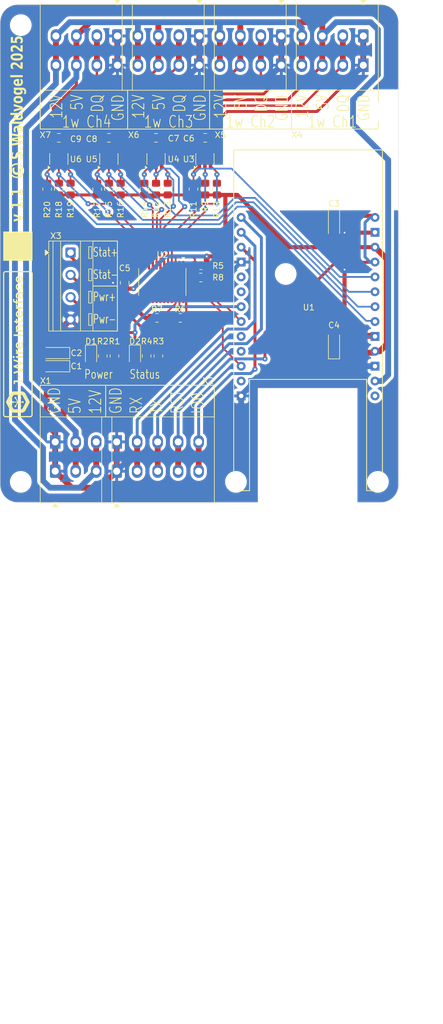
<source format=kicad_pcb>
(kicad_pcb (version 20241229) (generator "pcbnew") (generator_version "9.0")
  (title_block (title "1-Wire Interface") (rev "v1.1") (company "https://github.com/waldbaer/1w-If"))
  (layers (0 "F.Cu" signal) (2 "B.Cu" signal) (13 "F.Paste" user) (15 "B.Paste" user) (5 "F.SilkS" user "F.Silkscreen") (7 "B.SilkS" user "B.Silkscreen") (1 "F.Mask" user) (3 "B.Mask" user) (25 "Edge.Cuts" user))
  (net 0 "")
  (net 1 "GND")
  (net 2 "+5V")
  (net 4 "/OW_Ch1_SLPZ")
  (net 6 "+3.3V")
  (net 7 "/OW_Ch2_SLPZ")
  (net 10 "/OW_Ch3_SLPZ")
  (net 13 "/WT32_ETH01_EN")
  (net 14 "/OW_Ch4_SLPZ")
  (net 15 "Net-(X3-Pin_1)")
  (net 16 "Net-(X3-Pin_3)")
  (net 17 "/I2C_S.SD3")
  (net 18 "Net-(U2-~{RESET})")
  (net 19 "Net-(U2-A0)")
  (net 25 "/I2C_S.SC3")
  (net 27 "/I2C_M.SCL")
  (net 28 "/I2C_M.SDA")
  (net 29 "/I2C_S.SD0")
  (net 30 "/I2C_S.SC0")
  (net 31 "/OW_Ch1")
  (net 32 "/OW_Ch2")
  (net 33 "/I2C_S.SD1")
  (net 34 "/I2C_S.SC1")
  (net 35 "/OW_Ch3")
  (net 36 "/I2C_S.SC2")
  (net 37 "/I2C_S.SD2")
  (net 38 "+12V")
  (net 39 "Net-(D1-A)")
  (net 41 "Net-(D2-A)")
  (net 42 "/LED_Status-")
  (net 44 "/DEBUG_IO0")
  (net 45 "/DEBUG_TX")
  (net 46 "/DEBUG_RX")
  (net 47 "/OW_Ch4")
  (footprint "Resistor_SMD:R_0805_2012Metric_Pad1.20x1.40mm_HandSolder" (layer "F.Cu") (at 82 122.5 90)
    (property "Reference" "R20")
    (property "Value" "2.2k")
  )
  (footprint "Package_TO_SOT_SMD:SOT-23-6" (layer "F.Cu") (at 108.95 117.3625 90)
    (property "Reference" "U3")
    (property "Value" "DS2484R")
  )
  (footprint "Capacitor_SMD:C_0805_2012Metric_Pad1.18x1.45mm_HandSolder" (layer "F.Cu") (at 84 113.75)
    (property "Reference" "C9")
    (property "Value" "100nF")
  )
  (footprint "Resistor_SMD:R_0805_2012Metric_Pad1.20x1.40mm_HandSolder" (layer "F.Cu") (at 93.5 151 -90)
    (property "Reference" "R1")
    (property "Value" "1k")
  )
  (footprint "Resistor_SMD:R_0805_2012Metric_Pad1.20x1.40mm_HandSolder" (layer "F.Cu") (at 99 151 90)
    (property "Reference" "R4")
    (property "Value" "1k")
  )
  (footprint "Resistor_SMD:R_0805_2012Metric_Pad1.20x1.40mm_HandSolder" (layer "F.Cu") (at 86 122.5 90)
    (property "Reference" "R19")
    (property "Value" "10k")
  )
  (footprint "Resistor_SMD:R_0805_2012Metric_Pad1.20x1.40mm_HandSolder" (layer "F.Cu") (at 111 122.5 90)
    (property "Reference" "R10")
    (property "Value" "10k")
  )
  (footprint "Package_SO:TSSOP-24_4.4x7.8mm_P0.65mm" (layer "F.Cu") (at 101.675 138.3625 -90)
    (property "Reference" "U2")
    (property "Value" "TCA9548APWR")
  )
  (footprint "Capacitor_SMD:C_0805_2012Metric_Pad1.18x1.45mm_HandSolder" (layer "F.Cu") (at 100.6 113.75)
    (property "Reference" "C7")
    (property "Value" "100nF")
  )
  (footprint "Resistor_SMD:R_0805_2012Metric_Pad1.20x1.40mm_HandSolder" (layer "F.Cu") (at 101 151 -90)
    (property "Reference" "R3")
    (property "Value" "1k")
  )
  (footprint "TerminalBlock_MetzConnect_3D:TerminalBlock_MetzConnect_Type086_RT03404HBLC_1x04_P3.81mm_Horizontal" (layer "F.Cu") (at 86 133.341345 -90)
    (property "Reference" "X3")
    (property "Value" "Ext LED Terminal")
  )
  (footprint "Resistor_SMD:R_0805_2012Metric_Pad1.20x1.40mm_HandSolder" (layer "F.Cu") (at 109 122.5 90)
    (property "Reference" "R9")
    (property "Value" "10k")
  )
  (footprint "LED_SMD:LED_0805_2012Metric_Pad1.15x1.40mm_HandSolder" (layer "F.Cu") (at 97 151 -90)
    (property "Reference" "D2")
    (property "Value" "LED Status 5mA")
  )
  (footprint "TerminalBlock_WAGO_3D:TerminalBlock_WAGO_2601-1105_1x05_P3.50mm_Horizontal" (layer "F.Cu") (at 93.88 170.675)
    (property "Reference" "X2")
    (property "Value" "Debug Terminal")
  )
  (footprint "MountingHole:MountingHole_3.2mm_M3_DIN965" (layer "F.Cu") (at 114.25 172.5)
    (property "Reference" "H5" (hide yes))
    (property "Value" "MountingHole" (hide yes))
  )
  (footprint "Resistor_SMD:R_0805_2012Metric_Pad1.20x1.40mm_HandSolder" (layer "F.Cu") (at 98.6 122.5 90)
    (property "Reference" "R14")
    (property "Value" "2.2k")
  )
  (footprint "MountingHole:MountingHole_3.2mm_M3_DIN965" (layer "F.Cu") (at 138.5 172.5)
    (property "Reference" "H4" (hide yes))
    (property "Value" "MountingHole" (hide yes))
  )
  (footprint "MountingHole:MountingHole_3.2mm_M3_DIN965" (layer "F.Cu") (at 122.75 137)
    (property "Reference" "H6" (hide yes))
    (property "Value" "MountingHole" (hide yes))
  )
  (footprint "TerminalBlock_WAGO_3D:TerminalBlock_WAGO_2601-1104_1x04_P3.50mm_Horizontal" (layer "F.Cu") (at 94 96.35 180)
    (property "Reference" "X7")
    (property "Value" "1-Wire Ch4")
  )
  (footprint "MountingHole:MountingHole_3.2mm_M3_DIN965" (layer "F.Cu") (at 138.5 109.25)
    (property "Reference" "H3" (hide yes))
    (property "Value" "MountingHole" (hide yes))
  )
  (footprint "TerminalBlock_WAGO_3D:TerminalBlock_WAGO_2601-1104_1x04_P3.50mm_Horizontal" (layer "F.Cu") (at 136 96.35 180)
    (property "Reference" "X4")
    (property "Value" "1-Wire Ch1")
  )
  (footprint "Capacitor_SMD:C_0805_2012Metric_Pad1.18x1.45mm_HandSolder" (layer "F.Cu") (at 92.55 113.75)
    (property "Reference" "C8")
    (property "Value" "100nF")
  )
  (footprint "MountingHole:MountingHole_3.2mm_M3_DIN965" (layer "F.Cu") (at 77.5 172.5)
    (property "Reference" "H1" (hide yes))
    (property "Value" "MountingHole" (hide yes))
  )
  (footprint "Resistor_SMD:R_0805_2012Metric_Pad1.20x1.40mm_HandSolder" (layer "F.Cu") (at 91.5 151 90)
    (property "Reference" "R2")
    (property "Value" "1k")
  )
  (footprint "TerminalBlock_WAGO_3D:TerminalBlock_WAGO_2601-1104_1x04_P3.50mm_Horizontal" (layer "F.Cu") (at 122 96.35 180)
    (property "Reference" "X5")
    (property "Value" "1-Wire Ch2")
  )
  (footprint "Package_TO_SOT_SMD:SOT-23-6" (layer "F.Cu") (at 100.6 117.3625 90)
    (property "Reference" "U4")
    (property "Value" "DS2484R")
  )
  (footprint "TerminalBlock_WAGO_3D:TerminalBlock_WAGO_2601-1103_1x03_P3.50mm_Horizontal" (layer "F.Cu") (at 83.38 170.675)
    (property "Reference" "X1")
    (property "Value" "PowerSupply")
  )
  (footprint "Capacitor_SMD:C_0805_2012Metric_Pad1.18x1.45mm_HandSolder" (layer "F.Cu") (at 109 113.75)
    (property "Reference" "C6")
    (property "Value" "100nF")
  )
  (footprint "TerminalBlock_WAGO_3D:TerminalBlock_WAGO_2601-1104_1x04_P3.50mm_Horizontal" (layer "F.Cu") (at 108 96.35 180)
    (property "Reference" "X6")
    (property "Value" "1-Wire Ch3")
  )
  (footprint "Resistor_SMD:R_0805_2012Metric_Pad1.20x1.40mm_HandSolder" (layer "F.Cu") (at 108.25 135.5 180)
    (property "Reference" "R5")
    (property "Value" "10k")
  )
  (footprint "Resistor_SMD:R_0805_2012Metric_Pad1.20x1.40mm_HandSolder" (layer "F.Cu") (at 102.6 122.5 90)
    (property "Reference" "R13")
    (property "Value" "10k")
  )
  (footprint "Resistor_SMD:R_0805_2012Metric_Pad1.20x1.40mm_HandSolder" (layer "F.Cu") (at 90.55 122.5 90)
    (property "Reference" "R17")
    (property "Value" "2.2k")
  )
  (footprint "WT32-ETH01:WT32-ETH01_inv_mount" (layer "F.Cu") (at 126.57 174)
    (property "Reference" "U1")
    (property "Value" "WT32-ETH01")
  )
  (footprint "Capacitor_Tantalum_SMD:CP_EIA-3216-18_Kemet-A_HandSolder" (layer "F.Cu") (at 83.3725 150.5 180)
    (property "Reference" "C2")
    (property "Value" "10uF")
  )
  (footprint "Package_TO_SOT_SMD:SOT-23-6" (layer "F.Cu") (at 92.55 117.3625 90)
    (property "Reference" "U5")
    (property "Value" "DS2484R")
  )
  (footprint "Capacitor_Tantalum_SMD:CP_EIA-3216-18_Kemet-A_HandSolder" (layer "F.Cu") (at 131 128.5 -90)
    (property "Reference" "C3")
    (property "Value" "10uF")
  )
  (footprint "Resistor_SMD:R_0805_2012Metric_Pad1.20x1.40mm_HandSolder" (layer "F.Cu") (at 108.25 137.6)
    (property "Reference" "R8")
    (property "Value" "10k")
  )
  (footprint "Resistor_SMD:R_0805_2012Metric_Pad1.20x1.40mm_HandSolder" (layer "F.Cu") (at 92.55 122.5 90)
    (property "Reference" "R15")
    (property "Value" "10k")
  )
  (footprint "Capacitor_Tantalum_SMD:CP_EIA-3216-18_Kemet-A_HandSolder" (layer "F.Cu") (at 131 149 90)
    (property "Reference" "C4")
    (property "Value" "10uF")
  )
  (footprint "Package_TO_SOT_SMD:SOT-23-6" (layer "F.Cu") (at 84 117.3625 90)
    (property "Reference" "U6")
    (property "Value" "DS2484R")
  )
  (footprint "Resistor_SMD:R_0805_2012Metric_Pad1.20x1.40mm_HandSolder" (layer "F.Cu") (at 104.75 144.5 180)
    (property "Reference" "R6")
    (property "Value" "10k")
  )
  (footprint "Resistor_SMD:R_0805_2012Metric_Pad1.20x1.40mm_HandSolder" (layer "F.Cu") (at 107 122.5 90)
    (property "Reference" "R11")
    (property "Value" "2.2k")
  )
  (footprint "LED_SMD:LED_0805_2012Metric_Pad1.15x1.40mm_HandSolder" (layer "F.Cu") (at 89.5 151 -90)
    (property "Reference" "D1")
    (property "Value" "LED Power 5mA")
  )
  (footprint "Resistor_SMD:R_0805_2012Metric_Pad1.20x1.40mm_HandSolder" (layer "F.Cu") (at 100.6 122.5 90)
    (property "Reference" "R12")
    (property "Value" "10k")
  )
  (footprint "Resistor_SMD:R_0805_2012Metric_Pad1.20x1.40mm_HandSolder" (layer "F.Cu") (at 100.75 144.5)
    (property "Reference" "R7")
    (property "Value" "10k")
  )
  (footprint "Capacitor_SMD:C_0805_2012Metric_Pad1.18x1.45mm_HandSolder" (layer "F.Cu") (at 95.25 138.5 90)
    (property "Reference" "C5")
    (property "Value" "100nF")
  )
  (footprint "Capacitor_Tantalum_SMD:CP_EIA-3216-18_Kemet-A_HandSolder" (layer "F.Cu") (at 83.3725 152.75 180)
    (property "Reference" "C1")
    (property "Value" "10uF")
  )
  (footprint "Resistor_SMD:R_0805_2012Metric_Pad1.20x1.40mm_HandSolder" (layer "F.Cu") (at 94.55 122.5 90)
    (property "Reference" "R16")
    (property "Value" "10k")
  )
  (footprint "Resistor_SMD:R_0805_2012Metric_Pad1.20x1.40mm_HandSolder" (layer "F.Cu") (at 84 122.5 90)
    (property "Reference" "R18")
    (property "Value" "10k")
  )
  (footprint "MountingHole:MountingHole_3.2mm_M3_DIN965" (layer "F.Cu") (at 77.5 94.5)
    (property "Reference" "H2" (hide yes))
    (property "Value" "MountingHole" (hide yes))
  )
  (gr_poly (pts (xy 77.491862 153.342543) (xy 76.271955 152.927499) (xy 76.271955 152.652332) (xy 77.498741 152.246461) (xy 76.271955 151.836004) (xy 76.271955 151.551664) (xy 77.877095 152.083653) (xy 77.877095 152.400095) (xy 76.691585 152.796794) (xy 77.877095 153.200372) (xy 77.877095 153.519108) (xy 76.271955 154.051097) (xy 76.271955 153.741534)) (fill yes) (layer "F.SilkS"))
  (gr_poly (pts (xy 76.63915 137.869608) (xy 76.640064 137.847708) (xy 76.641587 137.826112) (xy 76.643719 137.804821) (xy 76.646459 137.783835) (xy 76.649809 137.763153) (xy 76.653769 137.742775) (xy 76.658337 137.722702) (xy 76.663514 137.702934) (xy 76.6693 137.68347) (xy 76.675696 137.66431) (xy 76.6827 137.645455) (xy 76.690314 137.626905) (xy 76.698536 137.608659) (xy 76.707368 137.590718) (xy 76.716809 137.573081) (xy 76.726814 137.555829) (xy 76.737339 137.539043) (xy 76.748383 137.522723) (xy 76.759947 137.506869) (xy 76.77203 137.49148) (xy 76.784633 137.476557) (xy 76.797755 137.4621) (xy 76.811397 137.448108) (xy 76.825559 137.434583) (xy 76.84024 137.421523) (xy 76.85544 137.408929) (xy 76.87116 137.3968) (xy 76.887399 137.385138) (xy 76.904158 137.373941) (xy 76.921437 137.36321) (xy 76.939235 137.352944) (xy 76.957194 137.343226) (xy 76.97553 137.334135) (xy 76.994242 137.32567) (xy 77.01333 137.317833) (xy 77.032794 137.310623) (xy 77.052634 137.304039) (xy 77.072851 137.298083) (xy 77.093443 137.292754) (xy 77.114412 137.288051) (xy 77.135757 137.283976) (xy 77.157479 137.280527) (xy 77.179576 137.277706) (xy 77.20205 137.275511) (xy 77.2249 137.273944) (xy 77.248127 137.273003) (xy 77.271729 137.27269) (xy 77.276387 137.272726) (xy 77.281188 137.272833) (xy 77.286132 137.273011) (xy 77.29122 137.273261) (xy 77.296451 137.273583) (xy 77.301826 137.273975) (xy 77.307343 137.27444) (xy 77.313005 137.274975) (xy 77.318702 137.275011) (xy 77.324327 137.275118) (xy 77.329881 137.275297) (xy 77.335363 137.275547) (xy 77.340773 137.275869) (xy 77.346111 137.276262) (xy 77.351378 137.276727) (xy 77.356573 137.277264) (xy 77.356573 138.238053) (xy 77.372992 138.234587) (xy 77.388999 138.230494) (xy 77.404593 138.225774) (xy 77.419776 138.220427) (xy 77.434547 138.214453) (xy 77.448905 138.207851) (xy 77.462852 138.200623) (xy 77.476386 138.192767) (xy 77.489509 138.184285) (xy 77.502219 138.175175) (xy 77.514518 138.165439) (xy 77.526404 138.155075) (xy 77.537878 138.144085) (xy 77.54894 138.132467) (xy 77.559591 138.120223) (xy 77.569829 138.107351) (xy 77.579548 138.093951) (xy 77.588639 138.080121) (xy 77.597104 138.065861) (xy 77.604941 138.051171) (xy 77.612152 138.036052) (xy 77.618735 138.020502) (xy 77.624692 138.004522) (xy 77.630021 137.988113) (xy 77.634724 137.971273) (xy 77.638799 137.954003) (xy 77.642248 137.936304) (xy 77.645069 137.918174) (xy 77.647264 137.899615) (xy 77.648831 137.880625) (xy 77.649772 137.861206) (xy 77.650085 137.841357) (xy 77.649566 137.816142) (xy 77.648007 137.791519) (xy 77.645409 137.767487) (xy 77.641773 137.744046) (xy 77.637097 137.721196) (xy 77.631382 137.698937) (xy 77.624629 137.677269) (xy 77.616836 137.656193) (xy 77.608004 137.635708) (xy 77.598133 137.615814) (xy 77.587223 137.596511) (xy 77.575274 137.577799) (xy 77.562286 137.559678) (xy 77.548259 137.542148) (xy 77.533193 137.52521) (xy 77.517088 137.508862) (xy 77.693654 137.355229) (xy 77.717812 137.37704) (xy 77.740411 137.400051) (xy 77.761451 137.424263) (xy 77.780933 137.449674) (xy 77.798857 137.476286) (xy 77.815221 137.504098) (xy 77.830028 137.533111) (xy 77.843275 137.563324) (xy 77.854964 137.594737) (xy 77.865095 137.62735) (xy 77.873667 137.661164) (xy 77.88068 137.696178) (xy 77.886135 137.732392) (xy 77.890032 137.769806) (xy 77.892369 137.808421) (xy 77.893149 137.848236) (xy 77.893145 137.848248) (xy 77.892831 137.873561) (xy 77.891891 137.89848) (xy 77.890323 137.923005) (xy 77.888129 137.947135) (xy 77.885307 137.970872) (xy 77.881859 137.994214) (xy 77.877783 138.017162) (xy 77.873081 138.039716) (xy 77.867751 138.061876) (xy 77.861795 138.083642) (xy 77.855211 138.105014) (xy 77.848001 138.125992) (xy 77.840163 138.146576) (xy 77.831699 138.166765) (xy 77.822607 138.186561) (xy 77.812889 138.205962) (xy 77.802346 138.22462) (xy 77.791356 138.242759) (xy 77.779917 138.260378) (xy 77.768031 138.277477) (xy 77.755697 138.294057) (xy 77.742915 138.310118) (xy 77.729685 138.325658) (xy 77.716008 138.34068) (xy 77.701882 138.355181) (xy 77.687309 138.369164) (xy 77.672287 138.382626) (xy 77.656818 138.395569) (xy 77.640901 138.407993) (xy 77.624536 138.419897) (xy 77.607723 138.431281) (xy 77.590463 138.442146) (xy 77.57253 138.452143) (xy 77.554275 138.461494) (xy 77.535698 138.470201) (xy 77.516798 138.478263) (xy 77.497576 138.485679) (xy 77.478031 138.492451) (xy 77.458164 138.498578) (xy 77.437974 138.50406) (xy 77.417462 138.508897) (xy 77.396628 138.513089) (xy 77.375471 138.516636) (xy 77.353992 138.519538) (xy 77.33219 138.521796) (xy 77.310066 138.523408) (xy 77.287619 138.524375) (xy 77.26485 138.524698) (xy 77.242089 138.524384) (xy 77.219669 138.523444) (xy 77.197589 138.521876) (xy 77.17585 138.519682) (xy 77.166247 138.518416) (xy 77.166247 138.240358) (xy 77.166247 137.545564) (xy 77.149819 137.548152) (xy 77.133786 137.551332) (xy 77.118146 137.555102) (xy 77.102901 137.559464) (xy 77.08805 137.564418) (xy 77.073593 137.569962) (xy 77.05953 137.576098) (xy 77.045861 137.582825) (xy 77.032587 137.590143) (xy 77.019706 137.598052) (xy 77.00722 137.606552) (xy 76.995128 137.615644) (xy 76.98343 137.625326) (xy 76.972126 137.6356) (xy 76.961216 137.646465) (xy 76.9507 137.657921) (xy 76.940704 137.669853) (xy 76.931353 137.682142) (xy 76.922647 137.69479) (xy 76.914585 137.707796) (xy 76.907169 137.72116) (xy 76.900397 137.734883) (xy 76.89427 137.748964) (xy 76.888789 137.763402) (xy 76.883952 137.7782) (xy 76.87976 137.793355) (xy 76.876213 137.808869) (xy 76.87331 137.824741) (xy 76.871053 137.840971) (xy 76.869441 137.85756) (xy 76.868473 137.874507) (xy 76.868151 137.891813) (xy 76.868473 137.909118) (xy 76.869441 137.926065) (xy 76.871053 137.942654) (xy 76.87331 137.958885) (xy 76.876213 137.974757) (xy 76.87976 137.990271) (xy 76.883952 138.005427) (xy 76.888789 138.020224) (xy 76.89427 138.034663) (xy 76.900397 138.048744) (xy 76.907169 138.062467) (xy 76.914585 138.075831) (xy 76.922647 138.088837) (xy 76.931353 138.101484) (xy 76.940704 138.113773) (xy 76.9507 138.125704) (xy 76.960947 138.13717) (xy 76.971624 138.148062) (xy 76.982731 138.158381) (xy 76.994268 138.168127) (xy 77.006235 138.177299) (xy 77.018632 138.185898) (xy 77.031458 138.193924) (xy 77.044715 138.201376) (xy 77.058402 138.208256) (xy 77.072518 138.214562) (xy 77.087065 138.220294) (xy 77.102041 138.225454) (xy 77.117448 138.23004) (xy 77.133284 138.234052) (xy 77.14955 138.237492) (xy 77.166247 138.240358) (xy 77.166247 138.518416) (xy 77.154451 138.51686) (xy 77.133392 138.513412) (xy 77.112674 138.509336) (xy 77.092296 138.504634) (xy 77.072259 138.499304) (xy 77.052562 138.493347) (xy 77.033205 138.486764) (xy 77.014189 138.479553) (xy 76.995513 138.471715) (xy 76.977178 138.46325) (xy 76.959183 138.454159) (xy 76.941528 138.44444) (xy 76.923998 138.433888) (xy 76.906953 138.422872) (xy 76.890391 138.411389) (xy 76.874313 138.39944) (xy 76.858718 138.387026) (xy 76.843607 138.374145) (xy 76.82898 138.360799) (xy 76.814837 138.346987) (xy 76.801177 138.332709) (xy 76.788001 138.317966) (xy 76.775309 138.302756) (xy 76.7631 138.287081) (xy 76.751375 138.270939) (xy 76.740134 138.254332) (xy 76.729376 138.237259) (xy 76.719102 138.219721) (xy 76.709383 138.201511) (xy 76.700292 138.182997) (xy 76.691827 138.164178) (xy 76.68399 138.145054) (xy 76.676779 138.125626) (xy 76.670196 138.105894) (xy 76.664239 138.085856) (xy 76.65891 138.065514) (xy 76.654207 138.044868) (xy 76.650132 138.023917) (xy 76.646683 138.002661) (xy 76.643862 137.9811) (xy 76.641667 137.959235) (xy 76.6401 137.937066) (xy 76.639159 137.914591) (xy 76.638846 137.891813)) (fill yes) (layer "F.SilkS"))
  (gr_line (start 89.82 131.371345) (end 94 131.371345) (stroke (width 0.15)) (layer "F.SilkS"))
  (gr_poly (pts (xy 75.992685 158.860725) (xy 75.993329 158.852476) (xy 75.994388 158.844347) (xy 75.995852 158.836347) (xy 75.997708 158.828487) (xy 75.999945 158.820777) (xy 76.002553 158.813228) (xy 76.00552 158.805849) (xy 76.008834 158.798652) (xy 76.012484 158.791645) (xy 76.01646 158.78484) (xy 76.020749 158.778246) (xy 76.02534 158.771874) (xy 76.030223 158.765735) (xy 76.035385 158.759837) (xy 76.040815 158.754192) (xy 76.046503 158.74881) (xy 76.052436 158.743701) (xy 76.058604 158.738876) (xy 76.064995 158.734343) (xy 76.071597 158.730115) (xy 76.078401 158.7262) (xy 76.085393 158.72261) (xy 76.092564 158.719354) (xy 76.099901 158.716443) (xy 76.107393 158.713887) (xy 76.115029 158.711696) (xy 76.122798 158.70988) (xy 76.130689 158.70845) (xy 76.138689 158.707416) (xy 76.146788 158.706788) (xy 76.154975 158.706576) (xy 76.16119 158.706693) (xy 76.167347 158.707041) (xy 76.173441 158.707615) (xy 76.179468 158.708412) (xy 76.185424 158.709426) (xy 76.191304 158.710655) (xy 76.197105 158.712094) (xy 76.202822 158.713739) (xy 76.208452 158.715585) (xy 76.213989 158.717628) (xy 76.219429 158.719865) (xy 76.22477 158.72229) (xy 76.230005 158.724901) (xy 76.235131 158.727692) (xy 76.240145 158.730659) (xy 76.24504 158.733799) (xy 76.249814 158.737107) (xy 76.254463 158.740579) (xy 76.258981 158.74421) (xy 76.263366 158.747997) (xy 76.267611 158.751936) (xy 76.271715 158.756021) (xy 76.275671 158.76025) (xy 76.279476 158.764617) (xy 76.283127 158.769119) (xy 76.286617 158.773752) (xy 76.289944 158.778511) (xy 76.293104 158.783392) (xy 76.296091 158.788391) (xy 76.298902 158.793504) (xy 76.301533 158.798726) (xy 76.303979 158.804054) (xy 76.887364 158.804054) (xy 76.595604 158.298798) (xy 76.595537 158.298798) (xy 76.589704 158.299339) (xy 76.58387 158.299668) (xy 76.578042 158.299786) (xy 76.572224 158.299695) (xy 76.566423 158.299397) (xy 76.560643 158.298893) (xy 76.554892 158.298184) (xy 76.549174 158.297273) (xy 76.543495 158.29616) (xy 76.537861 158.294847) (xy 76.532278 158.293336) (xy 76.526751 158.291628) (xy 76.521286 158.289725) (xy 76.515889 158.287629) (xy 76.510565 158.28534) (xy 76.50532 158.282861) (xy 76.500159 158.280192) (xy 76.495089 158.277336) (xy 76.490116 158.274294) (xy 76.485244 158.271068) (xy 76.480479 158.267658) (xy 76.475828 158.264067) (xy 76.471296 158.260297) (xy 76.466888 158.256348) (xy 76.46261 158.252222) (xy 76.458469 158.24792) (xy 76.454469 158.243446) (xy 76.450616 158.238798) (xy 76.446916 158.233981) (xy 76.443375 158.228994) (xy 76.439999 158.223839) (xy 76.436792 158.218518) (xy 76.434245 158.213943) (xy 76.431861 158.209321) (xy 76.429637 158.204656) (xy 76.427573 158.199953) (xy 76.425669 158.195213) (xy 76.423924 158.190441) (xy 76.422337 158.185639) (xy 76.420907 158.180812) (xy 76.419633 158.175962) (xy 76.418515 158.171093) (xy 76.417551 158.166209) (xy 76.416741 158.161311) (xy 76.416085 158.156405) (xy 76.415581 158.151493) (xy 76.415228 158.146579) (xy 76.415026 158.141665) (xy 76.414977 158.136266) (xy 76.415106 158.130877) (xy 76.415414 158.125503) (xy 76.415899 158.120148) (xy 76.416559 158.114818) (xy 76.417393 158.109515) (xy 76.4184 158.104246) (xy 76.419579 158.099015) (xy 76.420929 158.093826) (xy 76.422448 158.088683) (xy 76.424135 158.083592) (xy 76.425989 158.078556) (xy 76.428009 158.073581) (xy 76.430194 158.06867) (xy 76.432541 158.063829) (xy 76.435051 158.059062) (xy 76.437721 158.054374) (xy 76.440552 158.049769) (xy 76.44354 158.045251) (xy 76.446686 158.040825) (xy 76.449987 158.036496) (xy 76.453444 158.032268) (xy 76.457053 158.028146) (xy 76.460815 158.024135) (xy 76.464728 158.020238) (xy 76.468791 158.01646) (xy 76.473003 158.012807) (xy 76.477361 158.009282) (xy 76.481866 158.00589) (xy 76.486516 158.002636) (xy 76.49131 157.999523) (xy 76.496246 157.996558) (xy 76.503593 157.992567) (xy 76.511058 157.989) (xy 76.518628 157.985852) (xy 76.526287 157.983119) (xy 76.534021 157.980795) (xy 76.541816 157.978878) (xy 76.549657 157.977361) (xy 76.55753 157.97624) (xy 76.565419 157.97551) (xy 76.573311 157.975167) (xy 76.581191 157.975206) (xy 76.589045 157.975622) (xy 76.596857 157.976411) (xy 76.604615 157.977569) (xy 76.612302 157.979089) (xy 76.619904 157.980968) (xy 76.627408 157.983201) (xy 76.634797 157.985784) (xy 76.642059 157.988711) (xy 76.649179 157.991979) (xy 76.656141 157.995581) (xy 76.662931 157.999515) (xy 76.669536 158.003774) (xy 76.67594 158.008355) (xy 76.682128 158.013252) (xy 76.688087 158.018462) (xy 76.693802 158.023979) (xy 76.699258 158.029799) (xy 76.704441 158.035917) (xy 76.709337 158.042328) (xy 76.71393 158.049028) (xy 76.718206 158.056012) (xy 76.723989 158.066957) (xy 76.728861 158.078138) (xy 76.732834 158.089509) (xy 76.73592 158.101024) (xy 76.738132 158.112637) (xy 76.739482 158.124303) (xy 76.739982 158.135975) (xy 76.739645 158.147608) (xy 76.738482 158.159157) (xy 76.736506 158.170574) (xy 76.73373 158.181815) (xy 76.730165 158.192834) (xy 76.725823 158.203584) (xy 76.720718 158.21402) (xy 76.714861 158.224097) (xy 76.708264 158.233768) (xy 76.999957 158.738957) (xy 77.291784 158.233432) (xy 77.285238 158.223686) (xy 77.279434 158.213534) (xy 77.27438 158.203024) (xy 77.270089 158.192206) (xy 77.266569 158.181127) (xy 77.263831 158.169836) (xy 77.261887 158.158383) (xy 77.260745 158.146815) (xy 77.260417 158.135183) (xy 77.260913 158.123533) (xy 77.262244 158.111915) (xy 77.264419 158.100378) (xy 77.267449 158.088971) (xy 77.271345 158.077741) (xy 77.276116 158.066739) (xy 77.281774 158.056012) (xy 77.286136 158.048879) (xy 77.290805 158.042049) (xy 77.295765 158.035526) (xy 77.301002 158.029314) (xy 77.306504 158.023416) (xy 77.312256 158.017835) (xy 77.318243 158.012576) (xy 77.324453 158.007643) (xy 77.33087 158.003038) (xy 77.337482 157.998766) (xy 77.344273 157.994831) (xy 77.351231 157.991236) (xy 77.35834 157.987986) (xy 77.365588 157.985083) (xy 77.37296 157.982531) (xy 77.380442 157.980335) (xy 77.388021 157.978498) (xy 77.395681 157.977023) (xy 77.40341 157.975915) (xy 77.411193 157.975177) (xy 77.419016 157.974813) (xy 77.426866 157.974827) (xy 77.434728 157.975222) (xy 77.442588 157.976002) (xy 77.450433 157.977171) (xy 77.458248 157.978733) (xy 77.46602 157.980691) (xy 77.473734 157.983049) (xy 77.481376 157.985811) (xy 77.488933 157.988981) (xy 77.496391 157.992562) (xy 77.503735 157.996558) (xy 77.510868 158.00092) (xy 77.517698 158.005588) (xy 77.524222 158.010548) (xy 77.530435 158.015786) (xy 77.536335 158.021288) (xy 77.541918 158.027039) (xy 77.547179 158.033027) (xy 77.552114 158.039236) (xy 77.556721 158.045654) (xy 77.560996 158.052265) (xy 77.564933 158.059057) (xy 77.568531 158.066014) (xy 77.571785 158.073124) (xy 77.574691 158.080372) (xy 77.577246 158.087744) (xy 77.579445 158.095226) (xy 77.581285 158.102804) (xy 77.582763 158.110465) (xy 77.583874 158.118193) (xy 77.584615 158.125976) (xy 77.584982 158.1338) (xy 77.584971 158.141649) (xy 77.584579 158.149511) (xy 77.583801 158.157372) (xy 77.582634 158.165216) (xy 77.581074 158.173032) (xy 77.579118 158.180803) (xy 77.576761 158.188517) (xy 77.574001 158.19616) (xy 77.570832 158.203717) (xy 77.567252 158.211174) (xy 77.563256 158.218518) (xy 77.556669 158.228998) (xy 77.549424 158.238806) (xy 77.541564 158.247931) (xy 77.533137 158.256361) (xy 77.524188 158.264083) (xy 77.514762 158.271085) (xy 77.504906 158.277355) (xy 77.494665 158.28288) (xy 77.484085 158.287648) (xy 77.473212 158.291647) (xy 77.462091 158.294865) (xy 77.450768 158.297288) (xy 77.43929 158.298906) (xy 77.427701 158.299705) (xy 77.416048 158.299673) (xy 77.404376 158.298798) (xy 77.40431 158.298798) (xy 77.112549 158.804054) (xy 77.696338 158.804054) (xy 77.701502 158.793504) (xy 77.707389 158.783392) (xy 77.713962 158.773752) (xy 77.721185 158.764617) (xy 77.729019 158.756021) (xy 77.737428 158.747997) (xy 77.746375 158.740579) (xy 77.755823 158.733799) (xy 77.765735 158.727692) (xy 77.776074 158.72229) (xy 77.786804 158.717628) (xy 77.797886 158.713739) (xy 77.809284 158.710655) (xy 77.820962 158.708412) (xy 77.832881 158.707041) (xy 77.845006 158.706576) (xy 77.853364 158.706788) (xy 77.861613 158.707416) (xy 77.869743 158.70845) (xy 77.877742 158.70988) (xy 77.885602 158.711696) (xy 77.893312 158.713887) (xy 77.900861 158.716443) (xy 77.90824 158.719354) (xy 77.915438 158.72261) (xy 77.922444 158.7262) (xy 77.92925 158.730115) (xy 77.935843 158.734343) (xy 77.942215 158.738876) (xy 77.948355 158.743701) (xy 77.954252 158.74881) (xy 77.959897 158.754192) (xy 77.965279 158.759837) (xy 77.970388 158.765735) (xy 77.975214 158.771874) (xy 77.979746 158.778246) (xy 77.983975 158.78484) (xy 77.987889 158.791645) (xy 77.991479 158.798652) (xy 77.994735 158.805849) (xy 77.997646 158.813228) (xy 78.000203 158.820777) (xy 78.002394 158.828487) (xy 78.004209 158.836347) (xy 78.005639 158.844347) (xy 78.006673 158.852476) (xy 78.007301 158.860725) (xy 78.007513 158.869083) (xy 78.007301 158.877441) (xy 78.006673 158.88569) (xy 78.005639 158.89382) (xy 78.004209 158.90182) (xy 78.002394 158.90968) (xy 78.000203 158.917389) (xy 77.997646 158.924939) (xy 77.994735 158.932317) (xy 77.991479 158.939515) (xy 77.987889 158.946522) (xy 77.983975 158.953327) (xy 77.979746 158.95992) (xy 77.975214 158.966292) (xy 77.970388 158.972432) (xy 77.965279 158.978329) (xy 77.959897 158.983974) (xy 77.954252 158.989356) (xy 77.948355 158.994465) (xy 77.942215 158.999291) (xy 77.935843 159.003823) (xy 77.92925 159.008052) (xy 77.922444 159.011966) (xy 77.915438 159.015557) (xy 77.90824 159.018813) (xy 77.900861 159.021724) (xy 77.893312 159.02428) (xy 77.885602 159.026471) (xy 77.877742 159.028287) (xy 77.869743 159.029717) (xy 77.861613 159.030751) (xy 77.853364 159.031379) (xy 77.845006 159.03159) (xy 77.838791 159.031473) (xy 77.832635 159.031125) (xy 77.826542 159.03055) (xy 77.820516 159.029752) (xy 77.814562 159.028736) (xy 77.808683 159.027505) (xy 77.802884 159.026064) (xy 77.797169 159.024417) (xy 77.791542 159.022569) (xy 77.786008 159.020523) (xy 77.78057 159.018283) (xy 77.775233 159.015855) (xy 77.770001 159.013241) (xy 77.764877 159.010447) (xy 77.759867 159.007477) (xy 77.754975 159.004334) (xy 77.750203 159.001023) (xy 77.745558 158.997548) (xy 77.741043 158.993913) (xy 77.736662 158.990123) (xy 77.732419 158.986182) (xy 77.728318 158.982093) (xy 77.724364 158.977862) (xy 77.720561 158.973492) (xy 77.716913 158.968988) (xy 77.713425 158.964353) (xy 77.710099 158.959592) (xy 77.706942 158.95471) (xy 77.703955 158.94971) (xy 77.701145 158.944596) (xy 77.698515 158.939373) (xy 77.696069 158.934046) (xy 77.112617 158.934046) (xy 77.404511 159.43957) (xy 77.410368 159.439064) (xy 77.416227 159.438772) (xy 77.422081 159.43869) (xy 77.427925 159.438817) (xy 77.433753 159.439152) (xy 77.439559 159.439692) (xy 77.445337 159.440436) (xy 77.45108 159.441381) (xy 77.456784 159.442526) (xy 77.462441 159.443869) (xy 77.468047 159.445408) (xy 77.473595 159.44714) (xy 77.479079 159.449065) (xy 77.484494 159.45118) (xy 77.489832 159.453483) (xy 77.495089 159.455972) (xy 77.500259 159.458646) (xy 77.505335 159.461502) (xy 77.510312 159.464539) (xy 77.515183 159.467754) (xy 77.519943 159.471147) (xy 77.524586 159.474714) (xy 77.529105 159.478454) (xy 77.533496 159.482365) (xy 77.537751 159.486445) (xy 77.541865 159.490692) (xy 77.545832 159.495105) (xy 77.549647 159.499681) (xy 77.553302 159.504419) (xy 77.556793 159.509316) (xy 77.560113 159.51437) (xy 77.563256 159.519581) (xy 77.567252 159.526925) (xy 77.570832 159.534383) (xy 77.574001 159.541941) (xy 77.576761 159.549585) (xy 77.579118 159.557301) (xy 77.581074 159.565074) (xy 77.582634 159.572891) (xy 77.583801 159.580738) (xy 77.584579 159.588601) (xy 77.584971 159.596466) (xy 77.584982 159.604318) (xy 77.584615 159.612144) (xy 77.583874 159.61993) (xy 77.582763 159.627662) (xy 77.581285 159.635326) (xy 77.579445 159.642907) (xy 77.577246 159.650392) (xy 77.574691 159.657768) (xy 77.571785 159.665018) (xy 77.568531 159.672131) (xy 77.564933 159.679092) (xy 77.560996 159.685886) (xy 77.556721 159.6925) (xy 77.552114 159.69892) (xy 77.547179 159.705132) (xy 77.541918 159.711121) (xy 77.536335 159.716875) (xy 77.530435 159.722378) (xy 77.524222 159.727617) (xy 77.517698 159.732578) (xy 77.510868 159.737246) (xy 77.503735 159.741609) (xy 77.496391 159.745605) (xy 77.488933 159.749185) (xy 77.481376 159.752354) (xy 77.473734 159.755114) (xy 77.46602 159.757471) (xy 77.458248 159.759427) (xy 77.450433 159.760987) (xy 77.442588 159.762154) (xy 77.434728 159.762932) (xy 77.426866 159.763324) (xy 77.419016 159.763335) (xy 77.411193 159.762968) (xy 77.40341 159.762227) (xy 77.395681 159.761116) (xy 77.388021 159.759638) (xy 77.380442 159.757798) (xy 77.37296 159.755599) (xy 77.365588 159.753044) (xy 77.35834 159.750138) (xy 77.351231 159.746884) (xy 77.344273 159.743287) (xy 77.337482 159.739349) (xy 77.33087 159.735074) (xy 77.324453 159.730467) (xy 77.318243 159.725532) (xy 77.312256 159.720271) (xy 77.306504 159.714688) (xy 77.301002 159.708788) (xy 77.295765 159.702575) (xy 77.290805 159.696051) (xy 77.286136 159.689221) (xy 77.281774 159.682088) (xy 77.275993 159.671147) (xy 77.271122 159.659971) (xy 77.267149 159.648605) (xy 77.264061 159.637095) (xy 77.261846 159.625487) (xy 77.260493 159.613826) (xy 77.259989 159.602159) (xy 77.260321 159.590531) (xy 77.261479 159.578988) (xy 77.263449 159.567575) (xy 77.266219 159.556338) (xy 77.269777 159.545324) (xy 77.274112 159.534577) (xy 77.27921 159.524143) (xy 77.28506 159.514068) (xy 77.29165 159.504398) (xy 76.999957 158.999143) (xy 76.708264 159.504331) (xy 76.714861 159.514002) (xy 76.720718 159.524079) (xy 76.725823 159.534516) (xy 76.730164 159.545266) (xy 76.733729 159.556284) (xy 76.736506 159.567525) (xy 76.738482 159.578943) (xy 76.739645 159.590491) (xy 76.739982 159.602124) (xy 76.739482 159.613797) (xy 76.738132 159.625463) (xy 76.73592 159.637076) (xy 76.732834 159.648591) (xy 76.728861 159.659962) (xy 76.723989 159.671143) (xy 76.718206 159.682088) (xy 76.713844 159.689221) (xy 76.709176 159.696051) (xy 76.704216 159.702575) (xy 76.698978 159.708788) (xy 76.693477 159.714688) (xy 76.687725 159.720271) (xy 76.681738 159.725532) (xy 76.675528 159.730467) (xy 76.669111 159.735074) (xy 76.662499 159.739349) (xy 76.655708 159.743287) (xy 76.64875 159.746884) (xy 76.64164 159.750138) (xy 76.634393 159.753044) (xy 76.627021 159.755599) (xy 76.619538 159.757798) (xy 76.61196 159.759638) (xy 76.6043 159.761116) (xy 76.596571 159.762227) (xy 76.588788 159.762968) (xy 76.580965 159.763335) (xy 76.573115 159.763324) (xy 76.565253 159.762932) (xy 76.557393 159.762154) (xy 76.549548 159.760987) (xy 76.541733 159.759427) (xy 76.533961 159.757471) (xy 76.526247 159.755114) (xy 76.518605 159.752354) (xy 76.511048 159.749185) (xy 76.50359 159.745605) (xy 76.496246 159.741609) (xy 76.486522 159.735521) (xy 76.477383 159.728848) (xy 76.468837 159.721628) (xy 76.460893 159.713899) (xy 76.453558 159.705701) (xy 76.446842 159.697073) (xy 76.440752 159.688054) (xy 76.435297 159.678682) (xy 76.430485 159.668997) (xy 76.426323 159.659038) (xy 76.422822 159.648842) (xy 76.419988 159.638451) (xy 76.41783 159.627901) (xy 76.416357 159.617233) (xy 76.415576 159.606484) (xy 76.415496 159.595695) (xy 76.415694 159.590788) (xy 76.416039 159.585884) (xy 76.416533 159.580987) (xy 76.417175 159.5761) (xy 76.417968 159.571227) (xy 76.418911 159.566372) (xy 76.420005 159.561538) (xy 76.421251 159.556729) (xy 76.422651 159.551948) (xy 76.424204 159.547199) (xy 76.425911 159.542486) (xy 76.427774 159.537812) (xy 76.429792 159.533181) (xy 76.431968 159.528596) (xy 76.434301 159.524062) (xy 76.436792 159.519581) (xy 76.443375 159.509106) (xy 76.450616 159.499301) (xy 76.458469 159.490179) (xy 76.466888 159.481752) (xy 76.475828 159.474032) (xy 76.485244 159.467031) (xy 76.495089 159.460763) (xy 76.50532 159.455238) (xy 76.515889 159.45047) (xy 76.526751 159.446471) (xy 76.537861 159.443252) (xy 76.549174 159.440827) (xy 76.560643 159.439207) (xy 76.572224 159.438404) (xy 76.58387 159.438432) (xy 76.595537 159.439302) (xy 76.595604 159.439302) (xy 76.887297 158.934046) (xy 76.303979 158.934046) (xy 76.298902 158.944596) (xy 76.293104 158.95471) (xy 76.286617 158.964353) (xy 76.279476 158.973492) (xy 76.271714 158.982093) (xy 76.263365 158.990123) (xy 76.254463 158.997548) (xy 76.24504 159.004334) (xy 76.235131 159.010447) (xy 76.224769 159.015855) (xy 76.213988 159.020523) (xy 76.202822 159.024417) (xy 76.191304 159.027505) (xy 76.179468 159.029752) (xy 76.167347 159.031125) (xy 76.154975 159.03159) (xy 76.146617 159.031379) (xy 76.138368 159.030751) (xy 76.130238 159.029717) (xy 76.122238 159.028287) (xy 76.114379 159.026471) (xy 76.106669 159.02428) (xy 76.09912 159.021724) (xy 76.091741 159.018813) (xy 76.084543 159.015557) (xy 76.077537 159.011966) (xy 76.070731 159.008052) (xy 76.064138 159.003823) (xy 76.057766 158.999291) (xy 76.051626 158.994465) (xy 76.045729 158.989356) (xy 76.040084 158.983974) (xy 76.034702 158.978329) (xy 76.029593 158.972432) (xy 76.024767 158.966292) (xy 76.020235 158.95992) (xy 76.016006 158.953327) (xy 76.012092 158.946522) (xy 76.008501 158.939515) (xy 76.005246 158.932317) (xy 76.002334 158.924939) (xy 75.999778 158.917389) (xy 75.997587 158.90968) (xy 75.995772 158.90182) (xy 75.994342 158.89382) (xy 75.993307 158.88569) (xy 75.99268 158.877441) (xy 75.992468 158.869083)) (fill yes) (layer "F.SilkS"))
  (gr_rect (start 74.5 129.746458) (end 79.5 134.746458) (fill yes) (layer "F.SilkS"))
  (gr_poly (pts (xy 74.577758 136.897152) (xy 74.578981 136.881065) (xy 74.580995 136.865213) (xy 74.583781 136.849614) (xy 74.587318 136.834289) (xy 74.591586 136.819258) (xy 74.596566 136.80454) (xy 74.602238 136.790155) (xy 74.608581 136.776124) (xy 74.615577 136.762466) (xy 74.623204 136.749201) (xy 74.631443 136.736349) (xy 74.640274 136.72393) (xy 74.649678 136.711964) (xy 74.659634 136.70047) (xy 74.670122 136.689469) (xy 74.681123 136.678981) (xy 74.692617 136.669025) (xy 74.704583 136.659621) (xy 74.717002 136.65079) (xy 74.729854 136.642551) (xy 74.743119 136.634924) (xy 74.756777 136.627928) (xy 74.770808 136.621585) (xy 74.785193 136.615913) (xy 74.799911 136.610933) (xy 74.814942 136.606665) (xy 74.830267 136.603128) (xy 74.845866 136.600342) (xy 74.861718 136.598328) (xy 74.877805 136.597105) (xy 74.894105 136.596692) (xy 79.105896 136.596692) (xy 79.122197 136.597105) (xy 79.138283 136.598328) (xy 79.154136 136.600342) (xy 79.169734 136.603128) (xy 79.185059 136.606665) (xy 79.200091 136.610933) (xy 79.214809 136.615913) (xy 79.229193 136.621585) (xy 79.243225 136.627928) (xy 79.256883 136.634924) (xy 79.270148 136.642551) (xy 79.283 136.65079) (xy 79.295419 136.659621) (xy 79.307385 136.669025) (xy 79.318878 136.678981) (xy 79.329879 136.689469) (xy 79.340368 136.70047) (xy 79.350324 136.711964) (xy 79.359727 136.72393) (xy 79.368558 136.736349) (xy 79.376798 136.749201) (xy 79.384425 136.762466) (xy 79.39142 136.776124) (xy 79.397764 136.790155) (xy 79.403435 136.80454) (xy 79.408415 136.819258) (xy 79.412684 136.834289) (xy 79.416221 136.849614) (xy 79.419006 136.865213) (xy 79.421021 136.881065) (xy 79.422244 136.897152) (xy 79.422656 136.913452) (xy 79.422656 161.048296) (xy 79.422244 161.064596) (xy 79.421021 161.080683) (xy 79.419006 161.096535) (xy 79.416221 161.112134) (xy 79.412684 161.127459) (xy 79.408415 161.14249) (xy 79.403435 161.157208) (xy 79.397764 161.171593) (xy 79.39142 161.185624) (xy 79.384425 161.199282) (xy 79.376798 161.212547) (xy 79.368558 161.225399) (xy 79.359727 161.237818) (xy 79.350324 161.249784) (xy 79.340368 161.261278) (xy 79.329879 161.272279) (xy 79.318878 161.282767) (xy 79.307385 161.292723) (xy 79.295419 161.302126) (xy 79.283 161.310958) (xy 79.270148 161.319197) (xy 79.256883 161.326824) (xy 79.243225 161.333819) (xy 79.229193 161.340163) (xy 79.214809 161.345834) (xy 79.200091 161.350815) (xy 79.185059 161.355083) (xy 79.169734 161.35862) (xy 79.154136 161.361406) (xy 79.138283 161.36342) (xy 79.122197 161.364643) (xy 79.105896 161.365055) (xy 74.894105 161.365055) (xy 74.877805 161.364643) (xy 74.861718 161.36342) (xy 74.845866 161.361406) (xy 74.830267 161.35862) (xy 74.814942 161.355083) (xy 74.799911 161.350815) (xy 74.785193 161.345834) (xy 74.770808 161.340163) (xy 74.756777 161.333819) (xy 74.743119 161.326824) (xy 74.729854 161.319197) (xy 74.717002 161.310958) (xy 74.704583 161.302126) (xy 74.692617 161.292723) (xy 74.681123 161.282767) (xy 74.670122 161.272279) (xy 74.659634 161.261278) (xy 74.649678 161.249784) (xy 74.640274 161.237818) (xy 74.631443 161.225399) (xy 74.623204 161.212547) (xy 74.615577 161.199282) (xy 74.608581 161.185624) (xy 74.602238 161.171593) (xy 74.596566 161.157208) (xy 74.591586 161.14249) (xy 74.587318 161.127459) (xy 74.583781 161.112134) (xy 74.580995 161.096535) (xy 74.578981 161.080683) (xy 74.577758 161.064596) (xy 74.577345 161.048296) (xy 74.577345 136.913452)) (stroke (width 0.208007) (color 255 255 255 1)) (fill no) (layer "F.SilkS"))
  (gr_line (start 110.56 161.405) (end 110.56 156) (stroke (width 0.15)) (layer "F.SilkS"))
  (gr_poly (pts (xy 77.877095 151.031483) (xy 77.877095 151.318115) (xy 76.652602 151.318115) (xy 76.652602 151.031483)) (fill yes) (layer "F.SilkS"))
  (gr_line (start 80.82 105.62) (end 80.82 112.25) (stroke (width 0.15)) (layer "F.SilkS"))
  (gr_poly (pts (xy 74.987193 158.857359) (xy 74.987794 158.845776) (xy 74.988793 158.834235) (xy 74.990188 158.822749) (xy 74.991976 158.811326) (xy 74.994157 158.799979) (xy 74.996726 158.788716) (xy 74.999682 158.77755) (xy 75.003023 158.76649) (xy 75.006747 158.755547) (xy 75.010851 158.744732) (xy 75.015333 158.734056) (xy 75.020191 158.723528) (xy 75.025422 158.71316) (xy 75.693942 157.445318) (xy 75.719462 157.400646) (xy 75.747667 157.358216) (xy 75.778412 157.318117) (xy 75.811553 157.280436) (xy 75.846943 157.245261) (xy 75.88444 157.212682) (xy 75.923897 157.182787) (xy 75.96517 157.155663) (xy 76.008114 157.131399) (xy 76.052584 157.110084) (xy 76.098436 157.091806) (xy 76.145524 157.076653) (xy 76.193704 157.064714) (xy 76.242831 157.056076) (xy 76.29276 157.050829) (xy 76.343347 157.04906) (xy 77.656635 157.04906) (xy 77.682007 157.049503) (xy 77.707233 157.050827) (xy 77.732294 157.053021) (xy 77.757172 157.056073) (xy 77.78185 157.059973) (xy 77.806309 157.06471) (xy 77.830531 157.070273) (xy 77.854498 157.07665) (xy 77.878192 157.08383) (xy 77.901594 157.091803) (xy 77.924687 157.100557) (xy 77.947453 157.110082) (xy 77.969873 157.120366) (xy 77.991929 157.131399) (xy 78.013604 157.143169) (xy 78.034879 157.155665) (xy 78.055736 157.168876) (xy 78.076157 157.182791) (xy 78.096123 157.197399) (xy 78.115618 157.212689) (xy 78.134622 157.228651) (xy 78.153117 157.245272) (xy 78.171086 157.262542) (xy 78.188511 157.28045) (xy 78.205372 157.298985) (xy 78.221653 157.318135) (xy 78.237335 157.337891) (xy 78.252399 157.35824) (xy 78.266829 157.379171) (xy 78.280605 157.400674) (xy 78.29371 157.422738) (xy 78.306125 157.445351) (xy 78.974559 158.71316) (xy 78.983577 158.73163) (xy 78.991392 158.750506) (xy 78.998004 158.769731) (xy 79.003415 158.789246) (xy 79.007623 158.808993) (xy 79.010629 158.828915) (xy 79.012432 158.848953) (xy 79.013033 158.86905) (xy 79.012432 158.889146) (xy 79.010629 158.909184) (xy 79.007623 158.929106) (xy 79.003415 158.948854) (xy 78.998004 158.968369) (xy 78.991392 158.987594) (xy 78.983577 159.00647) (xy 78.974559 159.02494) (xy 78.306155 160.292756) (xy 78.280636 160.337431) (xy 78.252431 160.379863) (xy 78.221686 160.419965) (xy 78.188545 160.457649) (xy 78.153152 160.492825) (xy 78.115653 160.525406) (xy 78.076192 160.555304) (xy 78.034914 160.582429) (xy 77.991963 160.606695) (xy 77.947485 160.628011) (xy 77.901624 160.64629) (xy 77.854524 160.661444) (xy 77.806331 160.673385) (xy 77.757188 160.682023) (xy 77.707241 160.687271) (xy 77.656635 160.689039) (xy 76.43021 160.689039) (xy 76.43021 160.087106) (xy 77.569773 160.087106) (xy 77.579248 160.08694) (xy 77.588667 160.086445) (xy 77.598025 160.085626) (xy 77.607315 160.084485) (xy 77.61653 160.083028) (xy 77.625663 160.081259) (xy 77.634708 160.079181) (xy 77.643657 160.0768) (xy 77.652505 160.074118) (xy 77.661243 160.07114) (xy 77.669866 160.067871) (xy 77.678367 160.064313) (xy 77.686739 160.060473) (xy 77.694975 160.056352) (xy 77.703068 160.051957) (xy 77.711012 160.04729) (xy 77.7188 160.042357) (xy 77.726425 160.03716) (xy 77.73388 160.031704) (xy 77.741159 160.025994) (xy 77.748255 160.020034) (xy 77.755161 160.013827) (xy 77.761871 160.007377) (xy 77.768377 160.00069) (xy 77.774673 159.993768) (xy 77.780752 159.986617) (xy 77.786607 159.979239) (xy 77.792232 159.97164) (xy 77.797619 159.963824) (xy 77.802763 159.955794) (xy 77.807656 159.947555) (xy 77.812291 159.93911) (xy 78.298468 159.017006) (xy 78.307029 158.999476) (xy 78.314448 158.98156) (xy 78.320725 158.963313) (xy 78.325861 158.94479) (xy 78.329856 158.926046) (xy 78.332709 158.907137) (xy 78.334422 158.888118) (xy 78.334992 158.869044) (xy 78.334422 158.849969) (xy 78.332709 158.83095) (xy 78.329856 158.812041) (xy 78.325861 158.793298) (xy 78.320725 158.774775) (xy 78.314448 158.756528) (xy 78.307029 158.738611) (xy 78.298468 158.721081) (xy 77.812291 157.798975) (xy 77.802763 157.782292) (xy 77.792232 157.766445) (xy 77.780752 157.751469) (xy 77.768377 157.737396) (xy 77.755161 157.724259) (xy 77.741159 157.712091) (xy 77.726424 157.700926) (xy 77.711011 157.690796) (xy 77.694974 157.681734) (xy 77.678366 157.673773) (xy 77.661242 157.666946) (xy 77.643656 157.661287) (xy 77.625662 157.656827) (xy 77.607315 157.653601) (xy 77.588667 157.651642) (xy 77.569773 157.650981) (xy 76.43021 157.650981) (xy 76.420736 157.651147) (xy 76.411317 157.651642) (xy 76.401958 157.652461) (xy 76.392669 157.653602) (xy 76.383454 157.655059) (xy 76.37432 157.656828) (xy 76.365276 157.658906) (xy 76.356326 157.661287) (xy 76.347479 157.663969) (xy 76.33874 157.666947) (xy 76.330117 157.670216) (xy 76.321616 157.673774) (xy 76.313244 157.677614) (xy 76.305008 157.681735) (xy 76.296915 157.68613) (xy 76.288971 157.690797) (xy 76.281183 157.695731) (xy 76.273558 157.700927) (xy 76.266103 157.706383) (xy 76.258823 157.712093) (xy 76.251727 157.718053) (xy 76.244821 157.724261) (xy 76.238112 157.73071) (xy 76.231606 157.737397) (xy 76.22531 157.744319) (xy 76.219231 157.751471) (xy 76.213376 157.758848) (xy 76.207751 157.766447) (xy 76.202364 157.774263) (xy 76.19722 157.782293) (xy 76.192327 157.790533) (xy 76.187692 157.798977) (xy 75.701515 158.721081) (xy 75.696548 158.73092) (xy 75.691936 158.74091) (xy 75.68768 158.751041) (xy 75.683783 158.761304) (xy 75.680247 158.771688) (xy 75.677074 158.782184) (xy 75.674265 158.79278) (xy 75.671825 158.803468) (xy 75.669753 158.814237) (xy 75.668053 158.825077) (xy 75.666727 158.835978) (xy 75.665776 158.846929) (xy 75.665204 158.857922) (xy 75.665011 158.868946) (xy 75.6652 158.87999) (xy 75.665774 158.891045) (xy 75.666452 158.899299) (xy 75.667343 158.907522) (xy 75.668445 158.91571) (xy 75.669759 158.923857) (xy 75.671281 158.931961) (xy 75.673012 158.940016) (xy 75.67495 158.948019) (xy 75.677094 158.955966) (xy 75.679443 158.963852) (xy 75.681995 158.971673) (xy 75.684749 158.979425) (xy 75.687705 158.987104) (xy 75.690861 158.994706) (xy 75.694215 159.002227) (xy 75.697767 159.009661) (xy 75.701515 159.017006) (xy 76.187692 159.939112) (xy 76.19722 159.955796) (xy 76.207751 159.971642) (xy 76.219231 159.986618) (xy 76.231606 160.000691) (xy 76.244822 160.013828) (xy 76.258824 160.025996) (xy 76.273559 160.037161) (xy 76.288972 160.047292) (xy 76.305009 160.056354) (xy 76.321617 160.064314) (xy 76.338741 160.071141) (xy 76.356327 160.076801) (xy 76.374321 160.08126) (xy 76.392669 160.084486) (xy 76.411317 160.086446) (xy 76.43021 160.087106) (xy 76.43021 160.689039) (xy 76.343347 160.689039) (xy 76.317978 160.688595) (xy 76.292757 160.687271) (xy 76.267699 160.685076) (xy 76.242824 160.682024) (xy 76.21815 160.678123) (xy 76.193695 160.673387) (xy 76.169477 160.667825) (xy 76.145513 160.661449) (xy 76.121823 160.654269) (xy 76.098423 160.646297) (xy 76.075333 160.637544) (xy 76.052571 160.62802) (xy 76.030153 160.617738) (xy 76.0081 160.606707) (xy 75.986427 160.59494) (xy 75.965155 160.582446) (xy 75.9443 160.569237) (xy 75.923882 160.555325) (xy 75.903917 160.540719) (xy 75.884424 160.525432) (xy 75.865422 160.509473) (xy 75.846928 160.492855) (xy 75.82896 160.475589) (xy 75.811537 160.457684) (xy 75.794676 160.439153) (xy 75.778396 160.420006) (xy 75.762715 160.400255) (xy 75.747651 160.37991) (xy 75.733221 160.358982) (xy 75.719445 160.337484) (xy 75.70634 160.315424) (xy 75.693924 160.292815) (xy 75.025422 159.02494) (xy 75.021476 159.017202) (xy 75.017737 159.009371) (xy 75.014206 159.001449) (xy 75.010884 158.993442) (xy 75.007773 158.985353) (xy 75.004873 158.977187) (xy 75.002187 158.968948) (xy 74.999715 158.960642) (xy 74.997458 158.952271) (xy 74.995419 158.943842) (xy 74.993597 158.935357) (xy 74.991995 158.926821) (xy 74.990613 158.918239) (xy 74.989453 158.909616) (xy 74.988516 158.900954) (xy 74.987803 158.89226) (xy 74.987195 158.880612) (xy 74.986993 158.868974)) (fill yes) (layer "F.SilkS"))
  (gr_poly (pts (xy 76.639152 143.822955) (xy 76.640066 143.801054) (xy 76.641589 143.779458) (xy 76.643721 143.758167) (xy 76.646461 143.73718) (xy 76.649811 143.716497) (xy 76.653771 143.69612) (xy 76.658339 143.676046) (xy 76.663516 143.656278) (xy 76.669302 143.636814) (xy 76.675698 143.617654) (xy 76.682702 143.598799) (xy 76.690316 143.580249) (xy 76.698538 143.562003) (xy 76.70737 143.544062) (xy 76.716811 143.526425) (xy 76.726816 143.509173) (xy 76.737341 143.492387) (xy 76.748385 143.476067) (xy 76.759949 143.460213) (xy 76.772032 143.444824) (xy 76.784635 143.429901) (xy 76.797757 143.415444) (xy 76.811399 143.401453) (xy 76.825561 143.387927) (xy 76.840242 143.374868) (xy 76.855442 143.362274) (xy 76.871162 143.350146) (xy 76.887401 143.338484) (xy 76.90416 143.327287) (xy 76.921439 143.316557) (xy 76.939237 143.306292) (xy 76.957196 143.296573) (xy 76.975532 143.287481) (xy 76.994244 143.279016) (xy 77.013332 143.271178) (xy 77.032796 143.263968) (xy 77.052636 143.257384) (xy 77.072852 143.251427) (xy 77.093445 143.246098) (xy 77.114414 143.241395) (xy 77.135759 143.23732) (xy 77.15748 143.233871) (xy 77.179577 143.23105) (xy 77.202051 143.228855) (xy 77.224901 143.227288) (xy 77.248127 143.226347) (xy 77.271729 143.226034) (xy 77.276387 143.226069) (xy 77.281188 143.226177) (xy 77.286132 143.226355) (xy 77.29122 143.226606) (xy 77.296451 143.226927) (xy 77.301826 143.227321) (xy 77.307343 143.227786) (xy 77.313005 143.228323) (xy 77.318702 143.228359) (xy 77.324327 143.228466) (xy 77.329881 143.228644) (xy 77.335363 143.228894) (xy 77.340773 143.229216) (xy 77.346111 143.229608) (xy 77.351378 143.230072) (xy 77.356573 143.230608) (xy 77.356573 144.191401) (xy 77.372992 144.187935) (xy 77.388999 144.183841) (xy 77.404593 144.17912) (xy 77.419776 144.173773) (xy 77.434547 144.167798) (xy 77.448905 144.161197) (xy 77.462852 144.153969) (xy 77.476386 144.146113) (xy 77.489509 144.137631) (xy 77.502219 144.128521) (xy 77.514518 144.118785) (xy 77.526404 144.108421) (xy 77.537878 144.09743) (xy 77.54894 144.085812) (xy 77.559591 144.073567) (xy 77.569829 144.060695) (xy 77.579548 144.047295) (xy 77.588639 144.033465) (xy 77.597104 144.019205) (xy 77.604941 144.004515) (xy 77.612152 143.989396) (xy 77.618735 143.973846) (xy 77.624692 143.957866) (xy 77.630021 143.941456) (xy 77.634724 143.924617) (xy 77.638799 143.907347) (xy 77.642248 143.889648) (xy 77.645069 143.871518) (xy 77.647264 143.852959) (xy 77.648831 143.833969) (xy 77.649772 143.81455) (xy 77.650085 143.7947) (xy 77.649566 143.769486) (xy 77.648007 143.744863) (xy 77.645409 143.72083) (xy 77.641773 143.697389) (xy 77.637097 143.674539) (xy 77.631382 143.652281) (xy 77.624629 143.630613) (xy 77.616836 143.609537) (xy 77.608004 143.589052) (xy 77.598133 143.569157) (xy 77.587223 143.549855) (xy 77.575274 143.531143) (xy 77.562286 143.513022) (xy 77.548259 143.495492) (xy 77.533193 143.478554) (xy 77.517088 143.462206) (xy 77.693654 143.308573) (xy 77.717812 143.330385) (xy 77.740411 143.353396) (xy 77.761451 143.377608) (xy 77.780933 143.40302) (xy 77.798857 143.429632) (xy 77.815221 143.457444) (xy 77.830028 143.486456) (xy 77.843275 143.516669) (xy 77.854964 143.548082) (xy 77.865095 143.580695) (xy 77.873667 143.614509) (xy 77.88068 143.649522) (xy 77.886135 143.685736) (xy 77.890032 143.72315) (xy 77.892369 143.761765) (xy 77.893149 143.80158) (xy 77.893147 143.801592) (xy 77.892833 143.826905) (xy 77.891893 143.851824) (xy 77.890325 143.876349) (xy 77.888131 143.90048) (xy 77.885309 143.924216) (xy 77.881861 143.947559) (xy 77.877785 143.970508) (xy 77.873083 143.993062) (xy 77.867753 144.015223) (xy 77.861797 144.036989) (xy 77.855213 144.058361) (xy 77.848003 144.079339) (xy 77.840165 144.099923) (xy 77.831701 144.120113) (xy 77.822609 144.139908) (xy 77.812891 144.15931) (xy 77.802348 144.177967) (xy 77.791358 144.196106) (xy 77.779919 144.213724) (xy 77.768033 144.230824) (xy 77.755699 144.247403) (xy 77.742917 144.263464) (xy 77.729687 144.279005) (xy 77.71601 144.294026) (xy 77.701884 144.308528) (xy 77.687311 144.32251) (xy 77.672289 144.335973) (xy 77.65682 144.348916) (xy 77.640903 144.36134) (xy 77.624538 144.373244) (xy 77.607725 144.384629) (xy 77.590465 144.395494) (xy 77.572532 144.40549) (xy 77.554277 144.414841) (xy 77.5357 144.423547) (xy 77.5168 144.431608) (xy 77.497578 144.439024) (xy 77.478033 144.445796) (xy 77.458166 144.451923) (xy 77.437976 144.457404) (xy 77.417464 144.462241) (xy 77.39663 144.466433) (xy 77.375473 144.46998) (xy 77.353994 144.472882) (xy 77.332192 144.475139) (xy 77.310068 144.476752) (xy 77.287621 144.477719) (xy 77.264852 144.478042) (xy 77.242091 144.477728) (xy 77.219671 144.476788) (xy 77.197591 144.47522) (xy 77.175852 144.473026) (xy 77.166247 144.471759) (xy 77.166247 144.193706) (xy 77.166247 143.498912) (xy 77.149819 143.5015) (xy 77.133786 143.504679) (xy 77.118146 143.50845) (xy 77.102901 143.512812) (xy 77.08805 143.517765) (xy 77.073593 143.52331) (xy 77.05953 143.529445) (xy 77.045861 143.536172) (xy 77.032587 143.54349) (xy 77.019706 143.5514) (xy 77.00722 143.5599) (xy 76.995128 143.568992) (xy 76.98343 143.578674) (xy 76.972126 143.588948) (xy 76.961216 143.599813) (xy 76.9507 143.611269) (xy 76.940704 143.623201) (xy 76.931353 143.63549) (xy 76.922647 143.648138) (xy 76.914585 143.661144) (xy 76.907169 143.674509) (xy 76.900397 143.688232) (xy 76.89427 143.702313) (xy 76.888789 143.716752) (xy 76.883952 143.731549) (xy 76.87976 143.746705) (xy 76.876213 143.762219) (xy 76.87331 143.778091) (xy 76.871053 143.794321) (xy 76.869441 143.810909) (xy 76.868473 143.827856) (xy 76.868151 143.84516) (xy 76.868473 143.862466) (xy 76.869441 143.879413) (xy 76.871053 143.896002) (xy 76.87331 143.912232) (xy 76.876213 143.928105) (xy 76.87976 143.943619) (xy 76.883952 143.958775) (xy 76.888789 143.973572) (xy 76.89427 143.988011) (xy 76.900397 144.002092) (xy 76.907169 144.015814) (xy 76.914585 144.029179) (xy 76.922647 144.042184) (xy 76.931353 144.054832) (xy 76.940704 144.067121) (xy 76.9507 144.079052) (xy 76.960947 144.090517) (xy 76.971624 144.10141) (xy 76.982731 144.111729) (xy 76.994268 144.121474) (xy 77.006235 144.130647) (xy 77.018632 144.139246) (xy 77.031458 144.147272) (xy 77.044715 144.154724) (xy 77.058402 144.161603) (xy 77.072518 144.167909) (xy 77.087065 144.173642) (xy 77.102041 144.178801) (xy 77.117448 144.183387) (xy 77.133284 144.1874) (xy 77.14955 144.19084) (xy 77.166247 144.193706) (xy 77.166247 144.471759) (xy 77.154453 144.470204) (xy 77.133394 144.466756) (xy 77.112676 144.46268) (xy 77.092298 144.457978) (xy 77.072261 144.452649) (xy 77.052564 144.446692) (xy 77.033207 144.440109) (xy 77.014191 144.432899) (xy 76.995515 144.425061) (xy 76.97718 144.416597) (xy 76.959185 144.407506) (xy 76.94153 144.397787) (xy 76.924 144.387236) (xy 76.906955 144.376218) (xy 76.890393 144.364735) (xy 76.874315 144.352786) (xy 76.85872 144.340371) (xy 76.843609 144.32749) (xy 76.828982 144.314144) (xy 76.814839 144.300331) (xy 76.801179 144.286053) (xy 76.788003 144.27131) (xy 76.775311 144.2561) (xy 76.763102 144.240425) (xy 76.751377 144.224283) (xy 76.740136 144.207676) (xy 76.729378 144.190603) (xy 76.719104 144.173064) (xy 76.709385 144.154855) (xy 76.700294 144.136341) (xy 76.691829 144.117522) (xy 76.683992 144.098398) (xy 76.676781 144.07897) (xy 76.670198 144.059238) (xy 76.664241 144.0392) (xy 76.658912 144.018859) (xy 76.654209 143.998212) (xy 76.650134 143.977261) (xy 76.646685 143.956006) (xy 76.643864 143.934446) (xy 76.641669 143.912581) (xy 76.640102 143.890412) (xy 76.639161 143.867939) (xy 76.638848 143.84516)) (fill yes) (layer "F.SilkS"))
  (gr_poly (pts (xy 76.911716 142.23578) (xy 76.909425 142.253552) (xy 76.907128 142.270176) (xy 76.906591 142.27419) (xy 76.906127 142.278203) (xy 76.905734 142.282216) (xy 76.905412 142.286229) (xy 76.905162 142.290242) (xy 76.904983 142.294254) (xy 76.904876 142.298267) (xy 76.90484 142.302279) (xy 76.905217 142.32237) (xy 76.906345 142.341942) (xy 76.908226 142.360994) (xy 76.91086 142.379526) (xy 76.914246 142.397539) (xy 76.918384 142.415032) (xy 76.923275 142.432006) (xy 76.928918 142.448461) (xy 76.935313 142.464396) (xy 76.942461 142.479811) (xy 76.950361 142.494707) (xy 76.959014 142.509084) (xy 76.968419 142.522941) (xy 76.978576 142.536278) (xy 76.989486 142.549096) (xy 77.001148 142.561395) (xy 77.013268 142.573056) (xy 77.026121 142.583966) (xy 77.03971 142.594123) (xy 77.054032 142.603528) (xy 77.06909 142.61218) (xy 77.084881 142.62008) (xy 77.101408 142.627228) (xy 77.118668 142.633623) (xy 77.136663 142.639266) (xy 77.155393 142.644157) (xy 77.174857 142.648295) (xy 77.195056 142.651681) (xy 77.215989 142.654314) (xy 77.237656 142.656196) (xy 77.260058 142.657324) (xy 77.283195 142.6577) (xy 77.877095 142.6577) (xy 77.877095 142.944337) (xy 76.652602 142.944337) (xy 76.652602 142.671463) (xy 76.83146 142.671463) (xy 76.819609 142.663401) (xy 76.808135 142.654982) (xy 76.797037 142.646203) (xy 76.786315 142.637067) (xy 76.77597 142.627572) (xy 76.766 142.617719) (xy 76.756407 142.607508) (xy 76.74719 142.596939) (xy 76.738349 142.586011) (xy 76.729885 142.574725) (xy 76.721796 142.56308) (xy 76.714084 142.551077) (xy 76.706748 142.538716) (xy 76.699788 142.525997) (xy 76.693205 142.512919) (xy 76.686998 142.499484) (xy 76.681166 142.485689) (xy 76.675712 142.471537) (xy 76.670633 142.457026) (xy 76.66593 142.442157) (xy 76.657654 142.411344) (xy 76.650882 142.379097) (xy 76.645616 142.345418) (xy 76.641854 142.310305) (xy 76.639596 142.273759) (xy 76.638844 142.23578)) (fill yes) (layer "F.SilkS"))
  (gr_poly (pts (xy 77.877095 155.169423) (xy 77.877095 155.467521) (xy 76.521898 155.467521) (xy 76.521898 155.806893) (xy 76.271955 155.806893) (xy 76.271955 155.169423)) (fill yes) (layer "F.SilkS"))
  (gr_poly (pts (xy 76.639346 140.644413) (xy 76.64085 140.612588) (xy 76.643358 140.581713) (xy 76.64687 140.551786) (xy 76.651384 140.52281) (xy 76.656901 140.494782) (xy 76.663422 140.467705) (xy 76.670946 140.441576) (xy 76.679473 140.416398) (xy 76.689004 140.392168) (xy 76.699537 140.368889) (xy 76.711074 140.346558) (xy 76.723614 140.325178) (xy 76.737157 140.304746) (xy 76.751703 140.285265) (xy 76.767253 140.266733) (xy 76.783564 140.248961) (xy 76.800968 140.232337) (xy 76.819465 140.216858) (xy 76.839054 140.202527) (xy 76.859737 140.189341) (xy 76.881512 140.177303) (xy 76.90438 140.16641) (xy 76.92834 140.156665) (xy 76.953394 140.148066) (xy 76.97954 140.140613) (xy 77.006779 140.134307) (xy 77.035111 140.129147) (xy 77.064536 140.125134) (xy 77.095054 140.122268) (xy 77.126664 140.120548) (xy 77.159368 140.119975) (xy 77.877093 140.119975) (xy 77.877095 140.39056) (xy 77.730339 140.39056) (xy 77.740356 140.3976) (xy 77.750054 140.404962) (xy 77.759435 140.412647) (xy 77.768497 140.420655) (xy 77.777242 140.428985) (xy 77.785669 140.437638) (xy 77.793777 140.446613) (xy 77.801568 140.45591) (xy 77.80904 140.46553) (xy 77.816195 140.475473) (xy 77.823032 140.485738) (xy 77.82955 140.496325) (xy 77.835751 140.507235) (xy 77.841634 140.518467) (xy 77.847198 140.530022) (xy 77.852445 140.5419) (xy 77.857374 140.554099) (xy 77.861985 140.566622) (xy 77.870252 140.592633) (xy 77.877248 140.619935) (xy 77.882971 140.648527) (xy 77.887423 140.678408) (xy 77.890603 140.709579) (xy 77.892511 140.74204) (xy 77.893147 140.775791) (xy 77.892744 140.801821) (xy 77.891534 140.827171) (xy 77.889519 140.85184) (xy 77.886697 140.875827) (xy 77.88307 140.899135) (xy 77.878636 140.921761) (xy 77.873396 140.943706) (xy 77.86735 140.964971) (xy 77.860497 140.985555) (xy 77.852839 141.005458) (xy 77.844374 141.02468) (xy 77.835104 141.043221) (xy 77.825027 141.061082) (xy 77.814144 141.078261) (xy 77.802455 141.09476) (xy 77.78996 141.110578) (xy 77.776837 141.125295) (xy 77.763267 141.139063) (xy 77.749249 141.151881) (xy 77.734783 141.16375) (xy 77.71987 141.174669) (xy 77.704508 141.184638) (xy 77.688698 141.193658) (xy 77.672441 141.201729) (xy 77.655736 141.20885) (xy 77.638582 141.215022) (xy 77.620981 141.220244) (xy 77.602932 141.224516) (xy 77.584436 141.227839) (xy 77.565491 141.230213) (xy 77.546099 141.231637) (xy 77.526258 141.232112) (xy 77.514793 141.231944) (xy 77.514793 140.950066) (xy 77.524413 140.949824) (xy 77.533782 140.949098) (xy 77.5429 140.947889) (xy 77.551768 140.946196) (xy 77.560385 140.94402) (xy 77.568751 140.941359) (xy 77.576866 140.938215) (xy 77.584731 140.934587) (xy 77.592344 140.930476) (xy 77.599707 140.925881) (xy 77.606819 140.920802) (xy 77.613681 140.915239) (xy 77.620291 140.909193) (xy 77.626651 140.902663) (xy 77.63276 140.89565) (xy 77.638618 140.888152) (xy 77.644171 140.880225) (xy 77.649366 140.871922) (xy 77.654203 140.863242) (xy 77.658682 140.854186) (xy 77.662802 140.844754) (xy 77.666564 140.834945) (xy 77.669967 140.824761) (xy 77.673013 140.8142) (xy 77.6757 140.803263) (xy 77.678029 140.79195) (xy 77.679999 140.780261) (xy 77.681611 140.768195) (xy 77.682865 140.755753) (xy 77.683761 140.742935) (xy 77.684298 140.729741) (xy 77.684477 140.716171) (xy 77.684289 140.703075) (xy 77.683725 140.690159) (xy 77.682785 140.677422) (xy 77.681468 140.664864) (xy 77.679775 140.652485) (xy 77.677706 140.640285) (xy 77.67526 140.628265) (xy 77.672439 140.616424) (xy 77.669241 140.604761) (xy 77.665667 140.593278) (xy 77.661717 140.581974) (xy 77.657391 140.570849) (xy 77.652689 140.559904) (xy 77.64761 140.549137) (xy 77.642155 140.538549) (xy 77.636325 140.528141) (xy 77.630126 140.517724) (xy 77.623569 140.507683) (xy 77.616654 140.498018) (xy 77.609381 140.488729) (xy 77.601749 140.479817) (xy 77.59376 140.471281) (xy 77.585411 140.463121) (xy 77.576705 140.455337) (xy 77.56764 140.447929) (xy 77.558217 140.440898) (xy 77.548436 140.434242) (xy 77.538296 140.427963) (xy 77.527798 140.42206) (xy 77.516942 140.416533) (xy 77.505728 140.411382) (xy 77.494155 140.406607) (xy 77.494155 140.406611) (xy 77.351985 140.406611) (xy 77.351985 140.702416) (xy 77.352173 140.720384) (xy 77.352738 140.737599) (xy 77.353678 140.754062) (xy 77.354995 140.769772) (xy 77.356688 140.784731) (xy 77.358757 140.798936) (xy 77.361202 140.81239) (xy 77.364024 140.825091) (xy 77.367222 140.83704) (xy 77.370796 140.848237) (xy 77.374746 140.858681) (xy 77.379072 140.868373) (xy 77.383775 140.877313) (xy 77.388854 140.8855) (xy 77.394309 140.892935) (xy 77.40014 140.899618) (xy 77.406231 140.905726) (xy 77.412465 140.911441) (xy 77.418843 140.916762) (xy 77.425364 140.921688) (xy 77.432028 140.926221) (xy 77.438836 140.930359) (xy 77.445786 140.934103) (xy 77.452881 140.937453) (xy 77.460118 140.940409) (xy 77.467499 140.942971) (xy 77.475023 140.945139) (xy 77.48269 140.946913) (xy 77.490501 140.948292) (xy 77.498455 140.949277) (xy 77.506552 140.949869) (xy 77.514793 140.950066) (xy 77.514793 141.231944) (xy 77.513441 141.231924) (xy 77.500784 141.23136) (xy 77.488289 141.230419) (xy 77.475955 141.229102) (xy 77.463782 141.227409) (xy 77.45177 141.22534) (xy 77.43992 141.222895) (xy 77.42823 141.220073) (xy 77.416702 141.216875) (xy 77.405335 141.213301) (xy 77.39413 141.209351) (xy 77.383085 141.205025) (xy 77.372202 141.200322) (xy 77.36148 141.195243) (xy 77.350919 141.189788) (xy 77.34052 141.183957) (xy 77.330336 141.177409) (xy 77.32042 141.170378) (xy 77.310773 141.162863) (xy 77.301395 141.154864) (xy 77.292286 141.146382) (xy 77.283445 141.137416) (xy 77.274873 141.127966) (xy 77.266569 141.118032) (xy 77.258535 141.107615) (xy 77.250769 141.096714) (xy 77.243271 141.085329) (xy 77.236043 141.07346) (xy 77.229083 141.061108) (xy 77.222392 141.048271) (xy 77.215969 141.034951) (xy 77.209816 141.021148) (xy 77.203984 141.006816) (xy 77.198529 140.991911) (xy 77.19345 140.976433) (xy 77.188748 140.960382) (xy 77.184421 140.943757) (xy 77.180471 140.92656) (xy 77.176897 140.908789) (xy 77.173699 140.890444) (xy 77.170878 140.871527) (xy 77.168432 140.852036) (xy 77.166363 140.831972) (xy 77.16467 140.811335) (xy 77.163354 140.790125) (xy 77.162413 140.768341) (xy 77.161849 140.745984) (xy 77.161661 140.723054) (xy 77.161661 140.406611) (xy 77.143316 140.406611) (xy 77.127775 140.406907) (xy 77.112682 140.407794) (xy 77.098037 140.409272) (xy 77.08384 140.411341) (xy 77.07009 140.414001) (xy 77.056789 140.417252) (xy 77.043935 140.421095) (xy 77.03153 140.425529) (xy 77.019572 140.430554) (xy 77.008062 140.43617) (xy 76.997 140.442377) (xy 76.986385 140.449175) (xy 76.976219 140.456564) (xy 76.9665 140.464545) (xy 76.95723 140.473117) (xy 76.948407 140.482279) (xy 76.939799 140.492043) (xy 76.931746 140.502415) (xy 76.924249 140.513397) (xy 76.917307 140.524988) (xy 76.91092 140.537187) (xy 76.905089 140.549996) (xy 76.899813 140.563414) (xy 76.895093 140.577441) (xy 76.890927 140.592077) (xy 76.887318 140.607322) (xy 76.884263 140.623176) (xy 76.881764 140.63964) (xy 76.87982 140.656712) (xy 76.878432 140.674394) (xy 76.877599 140.692685) (xy 76.877321 140.711584) (xy 76.877823 140.737346) (xy 76.879328 140.763035) (xy 76.881836 140.788653) (xy 76.885347 140.814199) (xy 76.889862 140.839673) (xy 76.89538 140.865076) (xy 76.901901 140.890407) (xy 76.909425 140.915665) (xy 76.913536 140.927875) (xy 76.917844 140.939851) (xy 76.92235 140.951594) (xy 76.927052 140.963105) (xy 76.931952 140.974382) (xy 76.937048 140.985427) (xy 76.942342 140.996238) (xy 76.947832 141.006817) (xy 76.95352 141.017162) (xy 76.959405 141.027275) (xy 76.965487 141.037155) (xy 76.971766 141.046802) (xy 76.978242 141.056216) (xy 76.984915 141.065397) (xy 76.991786 141.074346) (xy 76.998853 141.083061) (xy 76.790186 141.195419) (xy 76.78088 141.18295) (xy 76.771878 141.170195) (xy 76.76318 141.157154) (xy 76.754788 141.143825) (xy 76.746699 141.130211) (xy 76.738916 141.116309) (xy 76.731436 141.102121) (xy 76.724262 141.087646) (xy 76.717391 141.072885) (xy 76.710826 141.057837) (xy 76.704564 141.042502) (xy 76.698608 141.02688) (xy 76.692956 141.010972) (xy 76.687608 140.994777) (xy 76.682565 140.978296) (xy 76.677826 140.961527) (xy 76.66869 140.926989) (xy 76.660772 140.892163) (xy 76.654072 140.857051) (xy 76.64859 140.821652) (xy 76.644326 140.785966) (xy 76.64128 140.749993) (xy 76.639453 140.713734) (xy 76.638844 140.677188)) (fill yes) (layer "F.SilkS"))
  (gr_line (start 80.82 112.25) (end 138.56 112.25) (stroke (width 0.15)) (layer "F.SilkS"))
  (gr_line (start 92 161.399681) (end 92 156) (stroke (width 0.15)) (layer "F.SilkS"))
  (gr_poly (pts (xy 76.159847 141.479485) (xy 76.160599 141.461356) (xy 76.161853 141.443371) (xy 76.163609 141.425528) (xy 76.165866 141.407829) (xy 76.168625 141.390273) (xy 76.171885 141.37286) (xy 76.175648 141.35559) (xy 76.177726 141.347071) (xy 76.179947 141.338714) (xy 76.182312 141.330518) (xy 76.18482 141.322483) (xy 76.187471 141.31461) (xy 76.190266 141.306897) (xy 76.193204 141.299346) (xy 76.196285 141.291956) (xy 76.19951 141.284728) (xy 76.202878 141.277661) (xy 76.206389 141.270754) (xy 76.210043 141.264009) (xy 76.213841 141.257426) (xy 76.217782 141.251003) (xy 76.221866 141.244742) (xy 76.226094 141.238642) (xy 76.441642 141.3189) (xy 76.438811 141.322949) (xy 76.436052 141.327069) (xy 76.433365 141.33126) (xy 76.43075 141.335523) (xy 76.428206 141.339858) (xy 76.425733 141.344265) (xy 76.423333 141.348744) (xy 76.421004 141.353294) (xy 76.418747 141.357915) (xy 76.416561 141.362609) (xy 76.414447 141.367374) (xy 76.412405 141.372211) (xy 76.410434 141.377119) (xy 76.408536 141.3821) (xy 76.404953 141.392275) (xy 76.403287 141.397175) (xy 76.401728 141.402129) (xy 76.400277 141.407136) (xy 76.398933 141.412197) (xy 76.397697 141.417311) (xy 76.396569 141.42248) (xy 76.395547 141.427702) (xy 76.394634 141.432978) (xy 76.393828 141.438307) (xy 76.393129 141.44369) (xy 76.392538 141.449127) (xy 76.392054 141.454618) (xy 76.391678 141.460163) (xy 76.391409 141.465761) (xy 76.391194 141.47712) (xy 76.391387 141.488265) (xy 76.391964 141.499056) (xy 76.392927 141.509493) (xy 76.394275 141.519577) (xy 76.396009 141.529307) (xy 76.398127 141.538683) (xy 76.400631 141.547705) (xy 76.403519 141.556373) (xy 76.406793 141.564688) (xy 76.410452 141.572649) (xy 76.414496 141.580256) (xy 76.418926 141.587509) (xy 76.42374 141.594408) (xy 76.42894 141.600953) (xy 76.434525 141.607145) (xy 76.440495 141.612983) (xy 76.44685 141.618467) (xy 76.45359 141.623597) (xy 76.460716 141.628373) (xy 76.468227 141.632796) (xy 76.476122 141.636865) (xy 76.484403 141.64058) (xy 76.49307 141.643941) (xy 76.502121 141.646948) (xy 76.511557 141.649602) (xy 76.521379 141.651901) (xy 76.531586 141.653847) (xy 76.542178 141.655439) (xy 76.553155 141.656678) (xy 76.564518 141.657562) (xy 76.576265 141.658093) (xy 76.588398 141.65827) (xy 76.661775 141.65827) (xy 76.661775 141.321189) (xy 76.89108 141.321189) (xy 76.89108 141.649097) (xy 77.877095 141.649097) (xy 77.877095 141.935734) (xy 76.89108 141.935734) (xy 76.89108 142.137522) (xy 76.661775 142.137522) (xy 76.661775 141.935734) (xy 76.583812 141.935734) (xy 76.560039 141.935295) (xy 76.536876 141.933978) (xy 76.514321 141.931783) (xy 76.492376 141.928711) (xy 76.47104 141.924761) (xy 76.450313 141.919933) (xy 76.430195 141.914227) (xy 76.410686 141.907643) (xy 76.391786 141.900181) (xy 76.373495 141.891842) (xy 76.355814 141.882625) (xy 76.338741 141.87253) (xy 76.322278 141.861557) (xy 76.306423 141.849707) (xy 76.291178 141.836978) (xy 76.276542 141.823372) (xy 76.26238 141.808933) (xy 76.249133 141.793706) (xy 76.236799 141.777691) (xy 76.225378 141.760887) (xy 76.214871 141.743295) (xy 76.205278 141.724915) (xy 76.196598 141.705746) (xy 76.188833 141.685789) (xy 76.18198 141.665044) (xy 76.176042 141.643511) (xy 76.171016 141.62119) (xy 76.166905 141.59808) (xy 76.163707 141.574182) (xy 76.161423 141.549495) (xy 76.160053 141.52402) (xy 76.159596 141.497757)) (fill yes) (layer "F.SilkS"))
  (gr_poly (pts (xy 77.358865 154.188337) (xy 77.358865 154.818928) (xy 77.120385 154.818928) (xy 77.120385 154.188337)) (fill yes) (layer "F.SilkS"))
  (gr_poly (pts (xy 76.639152 149.148005) (xy 76.640066 149.126105) (xy 76.641589 149.104509) (xy 76.643721 149.083218) (xy 76.646461 149.062231) (xy 76.649811 149.041548) (xy 76.653771 149.021171) (xy 76.658339 149.001098) (xy 76.663516 148.981329) (xy 76.669302 148.961865) (xy 76.675698 148.942706) (xy 76.682702 148.923851) (xy 76.690316 148.9053) (xy 76.698538 148.887054) (xy 76.70737 148.869113) (xy 76.716811 148.851477) (xy 76.726816 148.834225) (xy 76.737341 148.817439) (xy 76.748385 148.801118) (xy 76.759949 148.785264) (xy 76.772032 148.769875) (xy 76.784635 148.754952) (xy 76.797757 148.740495) (xy 76.811399 148.726504) (xy 76.825561 148.712979) (xy 76.840242 148.699919) (xy 76.855442 148.687325) (xy 76.871162 148.675197) (xy 76.887401 148.663535) (xy 76.90416 148.652338) (xy 76.921439 148.641608) (xy 76.939237 148.631343) (xy 76.957196 148.621624) (xy 76.975532 148.612533) (xy 76.994244 148.604068) (xy 77.013332 148.59623) (xy 77.032796 148.58902) (xy 77.052636 148.582436) (xy 77.072852 148.576479) (xy 77.093445 148.57115) (xy 77.114414 148.566447) (xy 77.135759 148.562372) (xy 77.15748 148.558923) (xy 77.179577 148.556102) (xy 77.202051 148.553907) (xy 77.224901 148.55234) (xy 77.248127 148.551399) (xy 77.271729 148.551086) (xy 77.276387 148.551121) (xy 77.281188 148.551229) (xy 77.286132 148.551407) (xy 77.29122 148.551658) (xy 77.296451 148.551979) (xy 77.301826 148.552373) (xy 77.307343 148.552837) (xy 77.313005 148.553374) (xy 77.318702 148.553409) (xy 77.324327 148.553517) (xy 77.329881 148.553695) (xy 77.335363 148.553946) (xy 77.340773 148.554268) (xy 77.346111 148.554661) (xy 77.351378 148.555126) (xy 77.356573 148.555662) (xy 77.356573 149.516453) (xy 77.372992 149.512986) (xy 77.388999 149.508893) (xy 77.404593 149.504172) (xy 77.419776 149.498825) (xy 77.434547 149.49285) (xy 77.448905 149.486249) (xy 77.462852 149.47902) (xy 77.476386 149.471165) (xy 77.489509 149.462682) (xy 77.502219 149.453573) (xy 77.514518 149.443836) (xy 77.526404 149.433473) (xy 77.537878 149.422482) (xy 77.54894 149.410865) (xy 77.559591 149.39862) (xy 77.569829 149.385749) (xy 77.579548 149.372349) (xy 77.588639 149.358519) (xy 77.597104 149.344259) (xy 77.604941 149.329569) (xy 77.612152 149.314449) (xy 77.618735 149.298899) (xy 77.624692 149.282919) (xy 77.630021 149.266509) (xy 77.634724 149.24967) (xy 77.638799 149.2324) (xy 77.642248 149.214701) (xy 77.645069 149.196571) (xy 77.647264 149.178012) (xy 77.648831 149.159023) (xy 77.649772 149.139603) (xy 77.650085 149.119754) (xy 77.649566 149.09454) (xy 77.648007 149.069916) (xy 77.645409 149.045884) (xy 77.641773 149.022442) (xy 77.637097 148.999592) (xy 77.631382 148.977334) (xy 77.624629 148.955666) (xy 77.616836 148.93459) (xy 77.608004 148.914104) (xy 77.598133 148.89421) (xy 77.587223 148.874908) (xy 77.575274 148.856196) (xy 77.562286 148.838075) (xy 77.548259 148.820546) (xy 77.533193 148.803608) (xy 77.517088 148.787261) (xy 77.693654 148.633626) (xy 77.717812 148.655437) (xy 77.740411 148.678448) (xy 77.761451 148.70266) (xy 77.780933 148.728071) (xy 77.798857 148.754684) (xy 77.815221 148.782496) (xy 77.830028 148.811509) (xy 77.843275 148.841721) (xy 77.854964 148.873135) (xy 77.865095 148.905748) (xy 77.873667 148.939562) (xy 77.88068 148.974576) (xy 77.886135 149.01079) (xy 77.890032 149.048205) (xy 77.892369 149.086819) (xy 77.893149 149.126635) (xy 77.893147 149.126642) (xy 77.892833 149.151956) (xy 77.891893 149.176875) (xy 77.890325 149.2014) (xy 77.888131 149.225531) (xy 77.885309 149.249267) (xy 77.881861 149.27261) (xy 77.877785 149.295558) (xy 77.873083 149.318113) (xy 77.867753 149.340273) (xy 77.861797 149.362039) (xy 77.855213 149.383411) (xy 77.848003 149.404389) (xy 77.840165 149.424972) (xy 77.831701 149.445162) (xy 77.822609 149.464957) (xy 77.812891 149.484359) (xy 77.802348 149.503017) (xy 77.791358 149.521155) (xy 77.779919 149.538774) (xy 77.768033 149.555874) (xy 77.755699 149.572454) (xy 77.742917 149.588514) (xy 77.729687 149.604055) (xy 77.71601 149.619076) (xy 77.701884 149.633578) (xy 77.687311 149.64756) (xy 77.672289 149.661023) (xy 77.65682 149.673966) (xy 77.640903 149.68639) (xy 77.624538 149.698294) (xy 77.607725 149.709679) (xy 77.590465 149.720544) (xy 77.572532 149.73054) (xy 77.554277 149.739892) (xy 77.5357 149.748598) (xy 77.5168 149.75666) (xy 77.497578 149.764076) (xy 77.478033 149.770848) (xy 77.458166 149.776975) (xy 77.437976 149.782457) (xy 77.417464 149.787294) (xy 77.39663 149.791486) (xy 77.375473 149.795033) (xy 77.353994 149.797935) (xy 77.332192 149.800192) (xy 77.310068 149.801804) (xy 77.287621 149.802772) (xy 77.264852 149.803094) (xy 77.242091 149.802781) (xy 77.219671 149.80184) (xy 77.197591 149.800273) (xy 77.175852 149.798078) (xy 77.166247 149.796812) (xy 77.166247 149.518756) (xy 77.166247 149.518755) (xy 77.166247 148.823958) (xy 77.149819 148.826547) (xy 77.133786 148.829727) (xy 77.118146 148.833498) (xy 77.102901 148.83786) (xy 77.08805 148.842814) (xy 77.073593 148.848358) (xy 77.05953 148.854494) (xy 77.045861 148.861221) (xy 77.032587 148.868539) (xy 77.019706 148.876448) (xy 77.00722 148.884949) (xy 76.995128 148.894041) (xy 76.98343 148.903723) (xy 76.972126 148.913997) (xy 76.961216 148.924863) (xy 76.9507 148.936319) (xy 76.940704 148.94825) (xy 76.931353 148.960539) (xy 76.922647 148.973187) (xy 76.914585 148.986192) (xy 76.907169 148.999557) (xy 76.900397 149.013279) (xy 76.89427 149.02736) (xy 76.888789 149.041799) (xy 76.883952 149.056596) (xy 76.87976 149.071752) (xy 76.876213 149.087266) (xy 76.87331 149.103138) (xy 76.871053 149.119369) (xy 76.869441 149.135958) (xy 76.868473 149.152905) (xy 76.868151 149.17021) (xy 76.868473 149.187516) (xy 76.869441 149.204463) (xy 76.871053 149.221052) (xy 76.87331 149.237283) (xy 76.876213 149.253155) (xy 76.87976 149.268669) (xy 76.883952 149.283825) (xy 76.888789 149.298622) (xy 76.89427 149.313061) (xy 76.900397 149.327142) (xy 76.907169 149.340865) (xy 76.914585 149.354229) (xy 76.922647 149.367235) (xy 76.931353 149.379882) (xy 76.940704 149.392172) (xy 76.9507 149.404102) (xy 76.960947 149.415568) (xy 76.971624 149.42646) (xy 76.982731 149.436779) (xy 76.994268 149.446524) (xy 77.006235 149.455697) (xy 77.018632 149.464296) (xy 77.031458 149.472321) (xy 77.044715 149.479774) (xy 77.058402 149.486653) (xy 77.072518 149.492959) (xy 77.087065 149.498692) (xy 77.102041 149.503851) (xy 77.117448 149.508437) (xy 77.133284 149.51245) (xy 77.14955 149.51589) (xy 77.166247 149.518756) (xy 77.166247 149.796812) (xy 77.154453 149.795257) (xy 77.133394 149.791808) (xy 77.112676 149.787733) (xy 77.092298 149.78303) (xy 77.072261 149.7777) (xy 77.052564 149.771744) (xy 77.033207 149.76516) (xy 77.014191 149.75795) (xy 76.995515 149.750112) (xy 76.97718 149.741647) (xy 76.959185 149.732556) (xy 76.94153 149.722837) (xy 76.924 149.712286) (xy 76.906955 149.701268) (xy 76.890393 149.689785) (xy 76.874315 149.677836) (xy 76.85872 149.665421) (xy 76.843609 149.652541) (xy 76.828982 149.639195) (xy 76.814839 149.625383) (xy 76.801179 149.611105) (xy 76.788003 149.596361) (xy 76.775311 149.581152) (xy 76.763102 149.565477) (xy 76.751377 149.549336) (xy 76.740136 149.532729) (xy 76.729378 149.515656) (xy 76.719104 149.498118) (xy 76.709385 149.479908) (xy 76.700294 149.461393) (xy 76.691829 149.442574) (xy 76.683992 149.42345) (xy 76.676781 149.404022) (xy 76.670198 149.384289) (xy 76.664241 149.364252) (xy 76.658912 149.34391) (xy 76.654209 149.323263) (xy 76.650134 149.302312) (xy 76.646685 149.281056) (xy 76.643864 149.259496) (xy 76.641669 149.237632) (xy 76.640102 149.215462) (xy 76.639161 149.192989) (xy 76.638848 149.17021)) (fill yes) (layer "F.SilkS"))
  (gr_poly (pts (xy 77.877095 147.304352) (xy 77.877095 147.60245) (xy 76.271955 147.60245) (xy 76.271955 147.304352)) (fill yes) (layer "F.SilkS"))
  (gr_line (start 109.75 112.25) (end 109.75 105.62) (stroke (width 0.15)) (layer "F.SilkS"))
  (gr_line (start 123.75 112.25) (end 123.75 105.62) (stroke (width 0.15)) (layer "F.SilkS"))
  (gr_line (start 95.75 112.25) (end 95.75 105.62) (stroke (width 0.15)) (layer "F.SilkS"))
  (gr_line (start 89.82 139.056345) (end 94 139.056345) (stroke (width 0.15)) (layer "F.SilkS"))
  (gr_poly (pts (xy 76.639133 139.160274) (xy 76.639992 139.138427) (xy 76.641426 139.116921) (xy 76.643432 139.095754) (xy 76.646012 139.074929) (xy 76.649164 139.054443) (xy 76.652891 139.034298) (xy 76.65719 139.014494) (xy 76.662063 138.99503) (xy 76.667508 138.975906) (xy 76.673528 138.957123) (xy 76.68012 138.93868) (xy 76.687286 138.920577) (xy 76.695025 138.902815) (xy 76.703337 138.885393) (xy 76.712223 138.868312) (xy 76.721377 138.851374) (xy 76.731069 138.834955) (xy 76.741299 138.819056) (xy 76.752065 138.803676) (xy 76.76337 138.788816) (xy 76.775211 138.774476) (xy 76.78759 138.760655) (xy 76.800507 138.747353) (xy 76.81396 138.734571) (xy 76.827952 138.722309) (xy 76.84248 138.710566) (xy 76.857546 138.699343) (xy 76.87315 138.688639) (xy 76.889291 138.678455) (xy 76.905969 138.66879) (xy 76.923185 138.659645) (xy 77.051596 138.879778) (xy 77.040883 138.886755) (xy 77.030529 138.89393) (xy 77.020533 138.901302) (xy 77.010895 138.908871) (xy 77.001615 138.916637) (xy 76.992693 138.9246) (xy 76.98413 138.93276) (xy 76.975926 138.941117) (xy 76.968079 138.949672) (xy 76.960591 138.958423) (xy 76.953461 138.967371) (xy 76.946689 138.976517) (xy 76.940276 138.98586) (xy 76.934221 138.995399) (xy 76.928524 139.005136) (xy 76.923185 139.01507) (xy 76.918187 139.024869) (xy 76.913511 139.034776) (xy 76.909158 139.04479) (xy 76.905127 139.054912) (xy 76.901419 139.065141) (xy 76.898033 139.075477) (xy 76.894969 139.085921) (xy 76.892228 139.096473) (xy 76.88981 139.107132) (xy 76.887714 139.117898) (xy 76.88594 139.128772) (xy 76.884489 139.139754) (xy 76.883361 139.150843) (xy 76.882555 139.162039) (xy 76.882071 139.173343) (xy 76.88191 139.184755) (xy 76.882313 139.204336) (xy 76.883522 139.223522) (xy 76.885537 139.242315) (xy 76.888359 139.260713) (xy 76.891987 139.278717) (xy 76.89642 139.296327) (xy 76.90166 139.313543) (xy 76.907707 139.330365) (xy 76.914559 139.346793) (xy 76.922217 139.362826) (xy 76.930682 139.378465) (xy 76.939953 139.39371) (xy 76.950029 139.408561) (xy 76.960912 139.423018) (xy 76.972601 139.437081) (xy 76.985097 139.450749) (xy 76.998282 139.463522) (xy 77.01204 139.475471) (xy 77.026371 139.486596) (xy 77.041276 139.496897) (xy 77.056754 139.506374) (xy 77.072805 139.515027) (xy 77.08943 139.522856) (xy 77.106628 139.529861) (xy 77.124399 139.536041) (xy 77.142744 139.541398) (xy 77.161662 139.54593) (xy 77.181153 139.549639) (xy 77.201217 139.552523) (xy 77.221855 139.554583) (xy 77.243066 139.555819) (xy 77.26485 139.556232) (xy 77.286911 139.555819) (xy 77.308382 139.554583) (xy 77.329261 139.552523) (xy 77.349549 139.549639) (xy 77.369246 139.54593) (xy 77.388352 139.541398) (xy 77.406867 139.536041) (xy 77.42479 139.529861) (xy 77.442122 139.522856) (xy 77.458864 139.515027) (xy 77.475013 139.506374) (xy 77.490572 139.496897) (xy 77.50554 139.486596) (xy 77.519916 139.475471) (xy 77.533702 139.463522) (xy 77.546896 139.450749) (xy 77.559114 139.437081) (xy 77.570543 139.423018) (xy 77.581184 139.408561) (xy 77.591037 139.39371) (xy 77.600102 139.378465) (xy 77.608379 139.362826) (xy 77.615867 139.346793) (xy 77.622567 139.330365) (xy 77.628478 139.313543) (xy 77.633602 139.296327) (xy 77.637937 139.278717) (xy 77.641484 139.260713) (xy 77.644243 139.242315) (xy 77.646214 139.223522) (xy 77.647396 139.204336) (xy 77.64779 139.184755) (xy 77.647629 139.173343) (xy 77.647145 139.162039) (xy 77.646339 139.150843) (xy 77.64521 139.139754) (xy 77.643759 139.128772) (xy 77.641986 139.117898) (xy 77.63989 139.107132) (xy 77.637471 139.096473) (xy 77.63473 139.085921) (xy 77.631667 139.075477) (xy 77.628281 139.065141) (xy 77.624572 139.054912) (xy 77.620542 139.04479) (xy 77.616188 139.034776) (xy 77.611513 139.024869) (xy 77.606514 139.01507) (xy 77.601176 139.005136) (xy 77.595479 138.995399) (xy 77.589424 138.98586) (xy 77.58301 138.976517) (xy 77.576239 138.967371) (xy 77.569109 138.958423) (xy 77.561621 138.949672) (xy 77.553774 138.941117) (xy 77.545569 138.93276) (xy 77.537006 138.9246) (xy 77.528085 138.916637) (xy 77.518805 138.908871) (xy 77.509167 138.901302) (xy 77.499171 138.89393) (xy 77.488816 138.886755) (xy 77.478103 138.879778) (xy 77.606514 138.659645) (xy 77.62347 138.66879) (xy 77.639943 138.678455) (xy 77.655931 138.688639) (xy 77.671436 138.699343) (xy 77.686458 138.710566) (xy 77.700995 138.722309) (xy 77.715049 138.734571) (xy 77.72862 138.747353) (xy 77.741706 138.760655) (xy 77.754309 138.774476) (xy 77.766429 138.788816) (xy 77.778064 138.803676) (xy 77.789216 138.819056) (xy 77.799884 138.834955) (xy 77.810069 138.851374) (xy 77.81977 138.868312) (xy 77.828655 138.885393) (xy 77.836968 138.902815) (xy 77.844707 138.920577) (xy 77.851873 138.93868) (xy 77.858465 138.957123) (xy 77.864484 138.975906) (xy 77.86993 138.99503) (xy 77.874803 139.014494) (xy 77.879102 139.034298) (xy 77.882828 139.054443) (xy 77.885981 139.074929) (xy 77.888561 139.095754) (xy 77.890567 139.116921) (xy 77.892 139.138427) (xy 77.89286 139.160274) (xy 77.893147 139.182462) (xy 77.893145 139.182462) (xy 77.892831 139.206377) (xy 77.891891 139.22997) (xy 77.890323 139.253241) (xy 77.888129 139.27619) (xy 77.885307 139.298815) (xy 77.881859 139.321119) (xy 77.877783 139.3431) (xy 77.873081 139.364759) (xy 77.867751 139.386095) (xy 77.861795 139.407109) (xy 77.855211 139.427801) (xy 77.848001 139.44817) (xy 77.840163 139.468216) (xy 77.831699 139.48794) (xy 77.822607 139.507342) (xy 77.812889 139.526421) (xy 77.802346 139.544801) (xy 77.791356 139.56268) (xy 77.779917 139.580057) (xy 77.768031 139.596932) (xy 77.755697 139.613306) (xy 77.742915 139.629178) (xy 77.729685 139.644549) (xy 77.716008 139.659418) (xy 77.701882 139.673786) (xy 77.687309 139.687651) (xy 77.672287 139.701016) (xy 77.656818 139.713878) (xy 77.640901 139.726239) (xy 77.624536 139.738099) (xy 77.607723 139.749457) (xy 77.590463 139.760313) (xy 77.57253 139.770587) (xy 77.554275 139.780197) (xy 77.535698 139.789146) (xy 77.516798 139.797431) (xy 77.497576 139.805053) (xy 77.478031 139.812013) (xy 77.458164 139.81831) (xy 77.437974 139.823943) (xy 77.417462 139.828915) (xy 77.396628 139.833223) (xy 77.375471 139.836868) (xy 77.353992 139.839851) (xy 77.33219 139.84217) (xy 77.310066 139.843827) (xy 77.287619 139.844822) (xy 77.26485 139.845153) (xy 77.242089 139.844822) (xy 77.219669 139.843827) (xy 77.197589 139.84217) (xy 77.17585 139.839851) (xy 77.154451 139.836868) (xy 77.133392 139.833223) (xy 77.112674 139.828915) (xy 77.092296 139.823943) (xy 77.072259 139.81831) (xy 77.052562 139.812013) (xy 77.033205 139.805053) (xy 77.014189 139.797431) (xy 76.995513 139.789146) (xy 76.977178 139.780197) (xy 76.959183 139.770587) (xy 76.941528 139.760313) (xy 76.923998 139.749457) (xy 76.906953 139.738099) (xy 76.890391 139.726239) (xy 76.874313 139.713878) (xy 76.858718 139.701016) (xy 76.843607 139.687651) (xy 76.82898 139.673786) (xy 76.814837 139.659418) (xy 76.801177 139.644549) (xy 76.788001 139.629178) (xy 76.775309 139.613306) (xy 76.7631 139.596932) (xy 76.751375 139.580057) (xy 76.740134 139.56268) (xy 76.729376 139.544801) (xy 76.719102 139.526421) (xy 76.709383 139.507342) (xy 76.700292 139.48794) (xy 76.691827 139.468216) (xy 76.68399 139.44817) (xy 76.676779 139.427801) (xy 76.670196 139.407109) (xy 76.664239 139.386095) (xy 76.65891 139.364759) (xy 76.654207 139.3431) (xy 76.650132 139.321119) (xy 76.646683 139.298815) (xy 76.643862 139.27619) (xy 76.641667 139.253241) (xy 76.6401 139.22997) (xy 76.639159 139.206377) (xy 76.638846 139.182462)) (fill yes) (layer "F.SilkS"))
  (gr_poly (pts (xy 76.911716 149.940333) (xy 76.909425 149.958104) (xy 76.907128 149.974728) (xy 76.906591 149.978741) (xy 76.906127 149.982754) (xy 76.905734 149.986767) (xy 76.905412 149.99078) (xy 76.905162 149.994793) (xy 76.904983 149.998806) (xy 76.904876 150.002818) (xy 76.90484 150.006831) (xy 76.905217 150.026922) (xy 76.906345 150.046494) (xy 76.908226 150.065546) (xy 76.91086 150.084079) (xy 76.914246 150.102092) (xy 76.918384 150.119585) (xy 76.923275 150.136559) (xy 76.928918 150.153014) (xy 76.935313 150.168949) (xy 76.942461 150.184364) (xy 76.950361 150.19926) (xy 76.959014 150.213636) (xy 76.968419 150.227493) (xy 76.978576 150.24083) (xy 76.989486 150.253648) (xy 77.001148 150.265947) (xy 77.013268 150.277609) (xy 77.026121 150.288519) (xy 77.03971 150.298676) (xy 77.054032 150.308082) (xy 77.06909 150.316734) (xy 77.084881 150.324635) (xy 77.101408 150.331783) (xy 77.118668 150.338178) (xy 77.136663 150.343821) (xy 77.155393 150.348712) (xy 77.174857 150.35285) (xy 77.195056 150.356236) (xy 77.215989 150.35887) (xy 77.237656 150.360751) (xy 77.260058 150.361879) (xy 77.283195 150.362255) (xy 77.877095 150.362255) (xy 77.877095 150.648888) (xy 76.652602 150.648888) (xy 76.652602 150.376014) (xy 76.83146 150.376014) (xy 76.819609 150.367952) (xy 76.808135 150.359533) (xy 76.797037 150.350755) (xy 76.786315 150.341618) (xy 76.77597 150.332123) (xy 76.766 150.32227) (xy 76.756407 150.312059) (xy 76.74719 150.30149) (xy 76.738349 150.290562) (xy 76.729885 150.279276) (xy 76.721796 150.267631) (xy 76.714084 150.255628) (xy 76.706748 150.243267) (xy 76.699788 150.230548) (xy 76.693205 150.21747) (xy 76.686998 150.204034) (xy 76.681166 150.19024) (xy 76.675712 150.176088) (xy 76.670633 150.161577) (xy 76.66593 150.146708) (xy 76.657654 150.115895) (xy 76.650882 150.083649) (xy 76.645616 150.04997) (xy 76.641854 150.014857) (xy 76.639596 149.978311) (xy 76.638844 149.940333)) (fill yes) (layer "F.SilkS"))
  (gr_poly (pts (xy 76.652604 144.989055) (xy 76.652604 144.661148) (xy 76.88191 144.661148) (xy 76.88191 144.989055) (xy 77.473519 144.989055) (xy 77.484536 144.988884) (xy 77.495231 144.988374) (xy 77.505604 144.987523) (xy 77.515653 144.986332) (xy 77.525381 144.9848) (xy 77.534786 144.982928) (xy 77.543869 144.980716) (xy 77.552629 144.978163) (xy 77.561067 144.97527) (xy 77.569182 144.972036) (xy 77.576975 144.968462) (xy 77.584445 144.964548) (xy 77.591593 144.960293) (xy 77.598419 144.955698) (xy 77.604922 144.950762) (xy 77.611103 144.945486) (xy 77.616656 144.939887) (xy 77.621851 144.933984) (xy 77.626688 144.927777) (xy 77.631167 144.921265) (xy 77.635287 144.914448) (xy 77.639049 144.907327) (xy 77.642453 144.899902) (xy 77.645499 144.892171) (xy 77.648186 144.884137) (xy 77.650515 144.875798) (xy 77.652486 144.867154) (xy 77.654098 144.858205) (xy 77.655352 144.848953) (xy 77.656248 144.839395) (xy 77.656785 144.829533) (xy 77.656964 144.819367) (xy 77.656767 144.807723) (xy 77.656176 144.796294) (xy 77.655191 144.785079) (xy 77.653811 144.77408) (xy 77.652038 144.763295) (xy 77.64987 144.752726) (xy 77.647308 144.742371) (xy 77.644353 144.732231) (xy 77.641003 144.722307) (xy 77.637258 144.712597) (xy 77.63312 144.703102) (xy 77.628588 144.693823) (xy 77.623661 144.684758) (xy 77.61834 144.675909) (xy 77.612625 144.667274) (xy 77.606516 144.658855) (xy 77.810597 144.578596) (xy 77.815676 144.58527) (xy 77.820594 144.592104) (xy 77.82535 144.5991) (xy 77.829945 144.606257) (xy 77.834379 144.613575) (xy 77.838652 144.621055) (xy 77.842763 144.628695) (xy 77.846714 144.636497) (xy 77.850503 144.64446) (xy 77.85413 144.652584) (xy 77.857597 144.66087) (xy 77.860902 144.669316) (xy 77.864046 144.677924) (xy 77.867029 144.686694) (xy 77.869851 144.695624) (xy 77.872511 144.704716) (xy 77.877348 144.722595) (xy 77.88154 144.740688) (xy 77.885087 144.758997) (xy 77.887989 144.77752) (xy 77.890247 144.796259) (xy 77.891859 144.815212) (xy 77.892826 144.834381) (xy 77.893149 144.853764) (xy 77.893147 144.853764) (xy 77.892744 144.878629) (xy 77.891534 144.902778) (xy 77.889519 144.92621) (xy 77.886697 144.948926) (xy 77.88307 144.970924) (xy 77.878636 144.992207) (xy 77.873396 145.012773) (xy 77.86735 145.032622) (xy 77.860497 145.051755) (xy 77.852839 145.070171) (xy 77.844374 145.087871) (xy 77.835104 145.104854) (xy 77.825027 145.12112) (xy 77.814144 145.13667) (xy 77.802455 145.151504) (xy 77.78996 145.165621) (xy 77.776389 145.178949) (xy 77.762049 145.191417) (xy 77.746938 145.203026) (xy 77.731057 145.213774) (xy 77.714405 145.223663) (xy 77.696984 145.232692) (xy 77.678791 145.240861) (xy 77.659829 145.24817) (xy 77.640096 145.254619) (xy 77.619593 145.260209) (xy 77.598319 145.264938) (xy 77.576276 145.268808) (xy 77.553461 145.271817) (xy 77.529877 145.273967) (xy 77.505522 145.275257) (xy 77.480396 145.275687) (xy 76.88191 145.275687) (xy 76.88191 145.477477) (xy 76.652604 145.477477) (xy 76.652604 145.275687) (xy 76.382024 145.275687) (xy 76.382024 144.989055)) (fill yes) (layer "F.SilkS"))
  (gr_poly (pts (xy 76.107043 151.163737) (xy 76.107607 151.154054) (xy 76.108548 151.144604) (xy 76.109864 151.135387) (xy 76.111557 151.126403) (xy 76.113627 151.117652) (xy 76.116072 151.109133) (xy 76.118894 151.100848) (xy 76.122091 151.092795) (xy 76.125665 151.084976) (xy 76.129616 151.077389) (xy 76.133942 151.070035) (xy 76.138645 151.062914) (xy 76.143723 151.056026) (xy 76.149178 151.049371) (xy 76.15501 151.042948) (xy 76.160841 151.036562) (xy 76.166869 151.030587) (xy 76.173094 151.025025) (xy 76.179517 151.019875) (xy 76.186136 151.015136) (xy 76.192953 151.01081) (xy 76.199966 151.006896) (xy 76.207177 151.003393) (xy 76.214584 151.000303) (xy 76.222189 150.997625) (xy 76.229991 150.995359) (xy 76.23799 150.993504) (xy 76.246186 150.992062) (xy 76.254578 150.991032) (xy 76.263168 150.990414) (xy 76.271955 150.990208) (xy 76.281325 150.990414) (xy 76.290515 150.991032) (xy 76.299526 150.992062) (xy 76.308358 150.993504) (xy 76.317011 150.995359) (xy 76.325484 150.997625) (xy 76.333779 151.000303) (xy 76.341894 151.003393) (xy 76.34983 151.006896) (xy 76.357587 151.01081) (xy 76.365165 151.015136) (xy 76.372563 151.019875) (xy 76.379783 151.025025) (xy 76.386823 151.030587) (xy 76.393684 151.036562) (xy 76.400366 151.042948) (xy 76.406475 151.049371) (xy 76.41219 151.056026) (xy 76.417511 151.062914) (xy 76.422438 151.070035) (xy 76.42697 151.077389) (xy 76.431108 151.084976) (xy 76.434853 151.092795) (xy 76.438203 151.100848) (xy 76.441159 151.109133) (xy 76.44372 151.117652) (xy 76.445888 151.126403) (xy 76.447662 151.135387) (xy 76.449041 151.144604) (xy 76.450026 151.154054) (xy 76.450617 151.163737) (xy 76.450814 151.173653) (xy 76.450617 151.183577) (xy 76.450026 151.193287) (xy 76.449041 151.202782) (xy 76.447662 151.212061) (xy 76.445888 151.221126) (xy 76.44372 151.229976) (xy 76.441159 151.238611) (xy 76.438203 151.24703) (xy 76.434853 151.255235) (xy 76.431108 151.263225) (xy 76.42697 151.271) (xy 76.422438 151.27856) (xy 76.417511 151.285905) (xy 76.41219 151.293035) (xy 76.406475 151.29995) (xy 76.400366 151.30665) (xy 76.39398 151.312759) (xy 76.387432 151.318473) (xy 76.380723 151.323794) (xy 76.373852 151.32872) (xy 76.366821 151.333253) (xy 76.359628 151.337391) (xy 76.352274 151.341135) (xy 76.344759 151.344485) (xy 76.337083 151.347441) (xy 76.329245 151.350003) (xy 76.321247 151.35217) (xy 76.313087 151.353944) (xy 76.304766 151.355323) (xy 76.296283 151.356309) (xy 76.287639 151.3569) (xy 76.278835 151.357097) (xy 76.270029 151.3569) (xy 76.261385 151.356309) (xy 76.252903 151.355323) (xy 76.244581 151.353944) (xy 76.236421 151.35217) (xy 76.228422 151.350003) (xy 76.220585 151.347441) (xy 76.212909 151.344485) (xy 76.205393 151.341135) (xy 76.19804 151.337391) (xy 76.190847 151.333253) (xy 76.183816 151.32872) (xy 76.176946 151.323794) (xy 76.170237 151.318473) (xy 76.163689 151.312759) (xy 76.157303 151.30665) (xy 76.151194 151.29995) (xy 76.145479 151.293035) (xy 76.140158 151.285905) (xy 76.135232 151.27856) (xy 76.130699 151.271) (xy 76.126561 151.263225) (xy 76.122817 151.255235) (xy 76.119467 151.24703) (xy 76.116511 151.238611) (xy 76.113949 151.229976) (xy 76.111781 151.221126) (xy 76.110008 151.212061) (xy 76.108628 151.202782) (xy 76.107643 151.193287) (xy 76.107052 151.183577) (xy 76.106855 151.173653)) (fill yes) (layer "F.SilkS"))
  (gr_line (start 94 131.371345) (end 94 146.741345) (stroke (width 0.15)) (layer "F.SilkS"))
  (gr_line (start 138.56 105.62) (end 138.56 112.25) (stroke (width 0.15)) (layer "F.SilkS"))
  (gr_poly (pts (xy 76.63907 146.178929) (xy 76.639742 146.160961) (xy 76.640861 146.143244) (xy 76.642429 146.125777) (xy 76.644444 146.108561) (xy 76.646907 146.091596) (xy 76.649818 146.074882) (xy 76.653177 146.058418) (xy 76.656984 146.042206) (xy 76.661239 146.026244) (xy 76.665941 146.010533) (xy 76.671091 145.995073) (xy 76.67669 145.979863) (xy 76.682736 145.964905) (xy 76.689229 145.950197) (xy 76.696171 145.93574) (xy 76.703579 145.921319) (xy 76.71147 145.907292) (xy 76.719845 145.893658) (xy 76.728703 145.88042) (xy 76.738046 145.867575) (xy 76.747872 145.855124) (xy 76.758181 145.843068) (xy 76.768975 145.831405) (xy 76.780252 145.820137) (xy 76.792013 145.809263) (xy 76.804257 145.798783) (xy 76.816985 145.788697) (xy 76.830197 145.779005) (xy 76.843893 145.769708) (xy 76.858072 145.760804) (xy 76.872735 145.752295) (xy 76.887891 145.744242) (xy 76.903549 145.736709) (xy 76.919708 145.729696) (xy 76.936369 145.723202) (xy 76.953531 145.717227) (xy 76.971195 145.711772) (xy 76.98936 145.706836) (xy 77.008027 145.70242) (xy 77.027195 145.698524) (xy 77.046865 145.695147) (xy 77.067037 145.692289) (xy 77.08771 145.689952) (xy 77.108885 145.688133) (xy 77.130562 145.686834) (xy 77.15274 145.686055) (xy 77.175419 145.685795) (xy 77.877095 145.685795) (xy 77.877095 145.972427) (xy 77.212109 145.972427) (xy 77.19208 145.972731) (xy 77.172697 145.973645) (xy 77.153958 145.975168) (xy 77.135864 145.977299) (xy 77.118416 145.98004) (xy 77.101612 145.98339) (xy 77.085453 145.987349) (xy 77.069939 145.991918) (xy 77.05507 145.997095) (xy 77.040846 146.002881) (xy 77.027267 146.009277) (xy 77.014333 146.016281) (xy 77.002043 146.023895) (xy 76.990399 146.032118) (xy 76.9794 146.04095) (xy 76.969045 146.050391) (xy 76.959326 146.060092) (xy 76.950235 146.070276) (xy 76.94177 146.080944) (xy 76.933933 146.092096) (xy 76.926722 146.103732) (xy 76.920139 146.115851) (xy 76.914182 146.128454) (xy 76.908853 146.14154) (xy 76.90415 146.155111) (xy 76.900075 146.169164) (xy 76.896626 146.183702) (xy 76.893805 146.198723) (xy 76.89161 146.214228) (xy 76.890043 146.230217) (xy 76.889102 146.246689) (xy 76.888789 146.263645) (xy 76.889156 146.282617) (xy 76.890258 146.301122) (xy 76.892094 146.319162) (xy 76.894665 146.336736) (xy 76.89797 146.353845) (xy 76.902009 146.370487) (xy 76.906784 146.386664) (xy 76.912292 146.402375) (xy 76.918535 146.417621) (xy 76.925513 146.4324) (xy 76.933225 146.446714) (xy 76.941672 146.460562) (xy 76.950853 146.473944) (xy 76.960769 146.48686) (xy 76.971419 146.49931) (xy 76.982804 146.511295) (xy 76.994627 146.52268) (xy 77.007168 146.53333) (xy 77.020425 146.543246) (xy 77.034398 146.552427) (xy 77.049088 146.560874) (xy 77.064495 146.568586) (xy 77.080618 146.575564) (xy 77.097457 146.581807) (xy 77.115014 146.587316) (xy 77.133286 146.59209) (xy 77.152276 146.59613) (xy 77.171981 146.599435) (xy 77.192404 146.602006) (xy 77.213543 146.603842) (xy 77.235398 146.604944) (xy 77.257971 146.605311) (xy 77.877095 146.605311) (xy 77.877095 146.891945) (xy 76.652602 146.891945) (xy 76.652602 146.619071) (xy 76.810824 146.619071) (xy 76.80038 146.610042) (xy 76.790258 146.600727) (xy 76.780459 146.591124) (xy 76.770982 146.581236) (xy 76.761828 146.57106) (xy 76.752996 146.560598) (xy 76.744487 146.549849) (xy 76.7363 146.538814) (xy 76.728436 146.527492) (xy 76.720894 146.515884) (xy 76.713674 146.503988) (xy 76.706777 146.491807) (xy 76.700202 146.479338) (xy 76.69395 146.466583) (xy 76.68802 146.453541) (xy 76.682413 146.440213) (xy 76.677137 146.426365) (xy 76.672202 146.412338) (xy 76.667607 146.398132) (xy 76.663352 146.383747) (xy 76.659438 146.369182) (xy 76.655864 146.354438) (xy 76.652631 146.339515) (xy 76.649738 146.324413) (xy 76.647185 146.309132) (xy 76.644972 146.293672) (xy 76.6431 146.278033) (xy 76.641569 146.262214) (xy 76.640378 146.246216) (xy 76.639527 146.23004) (xy 76.639016 146.213684) (xy 76.638846 146.197149)) (fill yes) (layer "F.SilkS"))
  (gr_line (start 80.82 161.405) (end 80.82 156) (stroke (width 0.15)) (layer "F.SilkS"))
  (gr_line (start 89.82 146.741345) (end 94 146.741345) (stroke (width 0.15)) (layer "F.SilkS"))
  (gr_line (start 80.82 156) (end 110.56 156) (stroke (width 0.15)) (layer "F.SilkS"))
  (gr_line (start 135 176) (end 135 156.5) (stroke (width 0.05)) (layer "Edge.Cuts"))
  (gr_line (start 139 176) (end 135 176) (stroke (width 0.05)) (layer "Edge.Cuts"))
  (gr_line (start 135 156.5) (end 118 156.5) (stroke (width 0.05)) (layer "Edge.Cuts"))
  (gr_arc (start 142 173) (mid 141.12132 175.12132) (end 139 176) (stroke (width 0.05)) (layer "Edge.Cuts"))
  (gr_arc (start 140 176) (mid 140 176) (end 140 176) (stroke (width 0.05)) (layer "Edge.Cuts"))
  (gr_arc (start 139 91) (mid 141.12132 91.87868) (end 142 94) (stroke (width 0.05)) (layer "Edge.Cuts"))
  (gr_arc (start 77 176) (mid 74.87868 175.12132) (end 74 173) (stroke (width 0.05)) (layer "Edge.Cuts"))
  (gr_line (start 118 156.5) (end 118 176) (stroke (width 0.05)) (layer "Edge.Cuts"))
  (gr_arc (start 74 94) (mid 74.87868 91.87868) (end 77 91) (stroke (width 0.05)) (layer "Edge.Cuts"))
  (gr_line (start 118 176) (end 77 176) (stroke (width 0.05)) (layer "Edge.Cuts"))
  (gr_line (start 142 94) (end 142 173) (stroke (width 0.05)) (layer "Edge.Cuts"))
  (gr_line (start 74 173) (end 74 94) (stroke (width 0.05)) (layer "Edge.Cuts"))
  (gr_line (start 77 91) (end 139 91) (stroke (width 0.05)) (layer "Edge.Cuts"))
  (gr_text "Stat-" (at 89.75 137.960595 0) (layer "F.SilkS") (effects (font (size 1.5 1)) (justify left bottom)))
  (gr_text "DQ" (at 133.76675 109.5 90) (layer "F.SilkS") (effects (font (size 2 1.5)) (justify left bottom)))
  (gr_text "5V" (at 88.26675 109.142856 90) (layer "F.SilkS") (effects (font (size 2 1.5)) (justify left bottom)))
  (gr_text "GND" (at 137.26675 111 90) (layer "F.SilkS") (effects (font (size 2 1.5)) (justify left bottom)))
  (gr_text "5V" (at 87.89675 161 90) (layer "F.SilkS") (effects (font (size 2 1.5)) (justify left bottom)))
  (gr_text "DQ" (at 119.76675 109.5 90) (layer "F.SilkS") (effects (font (size 2 1.5)) (justify left bottom)))
  (gr_text "Status" (at 96 155 0) (layer "F.SilkS") (effects (font (size 1.5 1.1)) (justify left bottom)))
  (gr_text "12V" (at 84.76675 110.571427 90) (layer "F.SilkS") (effects (font (size 2 1.5)) (justify left bottom)))
  (gr_text "12V" (at 98.76675 110.571427 90) (layer "F.SilkS") (effects (font (size 2 1.5)) (justify left bottom)))
  (gr_text "Pwr+" (at 89.75 141.770595 0) (layer "F.SilkS") (effects (font (size 1.5 1)) (justify left bottom)))
  (gr_text "RST" (at 105.39675 161 90) (layer "F.SilkS") (effects (font (size 2 1.5)) (justify left bottom)))
  (gr_text "1w Ch4" (at 88.75 111 0) (layer "F.SilkS") (effects (font (size 2 1.5))))
  (gr_text "©" (at 78.5 121.1 90) (layer "F.SilkS") (effects (font (size 2.5 2.5)) (justify left bottom)))
  (gr_text "GND" (at 109.26675 111 90) (layer "F.SilkS") (effects (font (size 2 1.5)) (justify left bottom)))
  (gr_text "DQ" (at 105.76675 109.5 90) (layer "F.SilkS") (effects (font (size 2 1.5)) (justify left bottom)))
  (gr_text "1w Ch1" (at 130.75 111 0) (layer "F.SilkS") (effects (font (size 2 1.5))))
  (gr_text "GND" (at 123.26675 111 90) (layer "F.SilkS") (effects (font (size 2 1.5)) (justify left bottom)))
  (gr_text "5V" (at 116.26675 109.142856 90) (layer "F.SilkS") (effects (font (size 2 1.5)) (justify left bottom)))
  (gr_text "GND" (at 84.39675 161 90) (layer "F.SilkS") (effects (font (size 2 1.5)) (justify left bottom)))
  (gr_text "GND" (at 95.26675 111 90) (layer "F.SilkS") (effects (font (size 2 1.5)) (justify left bottom)))
  (gr_text "IO0" (at 108.89675 161 90) (layer "F.SilkS") (effects (font (size 2 1.5)) (justify left bottom)))
  (gr_text "S.Waldvogel 2025" (at 78.171654 117.5 90) (layer "F.SilkS") (effects (font (size 2 1.5)) (justify left bottom)))
  (gr_text "1w Ch3" (at 102.75 111 0) (layer "F.SilkS") (effects (font (size 2 1.5))))
  (gr_text "Stat+" (at 89.75 134.150595 0) (layer "F.SilkS") (effects (font (size 1.5 1)) (justify left bottom)))
  (gr_text "5V" (at 130.26675 109.142856 90) (layer "F.SilkS") (effects (font (size 2 1.5)) (justify left bottom)))
  (gr_text "Pwr-" (at 89.75 145.580595 0) (layer "F.SilkS") (effects (font (size 1.5 1)) (justify left bottom)))
  (gr_text "1w Ch2" (at 116.75 111 0) (layer "F.SilkS") (effects (font (size 2 1.5))))
  (gr_text "v 1.1" (at 78.171654 128.096458 90) (layer "F.SilkS") (effects (font (size 2 1.5)) (justify left bottom)))
  (gr_text "Power" (at 88.25 155 0) (layer "F.SilkS") (effects (font (size 1.5 1.1)) (justify left bottom)))
  (gr_text "GND" (at 94.89675 161 90) (layer "F.SilkS") (effects (font (size 2 1.5)) (justify left bottom)))
  (gr_text "12V" (at 126.76675 110.571427 90) (layer "F.SilkS") (effects (font (size 2 1.5)) (justify left bottom)))
  (gr_text "TX\n" (at 101.89675 161 90) (layer "F.SilkS") (effects (font (size 2 1.5)) (justify left bottom)))
  (gr_text "12V" (at 112.76675 110.571427 90) (layer "F.SilkS") (effects (font (size 2 1.5)) (justify left bottom)))
  (gr_text "5V" (at 102.26675 109.142856 90) (layer "F.SilkS") (effects (font (size 2 1.5)) (justify left bottom)))
  (gr_text "DQ" (at 91.76675 109.5 90) (layer "F.SilkS") (effects (font (size 2 1.5)) (justify left bottom)))
  (gr_text "12V" (at 91.39675 161 90) (layer "F.SilkS") (effects (font (size 2 1.5)) (justify left bottom)))
  (gr_text "RX\n" (at 98.39675 161 90) (layer "F.SilkS") (effects (font (size 2 1.5)) (justify left bottom)))
  (segment (start 132.8 147.56) (end 131 147.56) (width 1) (layer "F.Cu") (net 1))
  (segment (start 122 96.35) (end 122 101.35) (width 1) (layer "F.Cu") (net 1))
  (segment (start 108 96.35) (end 108 101.35) (width 1) (layer "F.Cu") (net 1))
  (segment (start 137.94 129.94) (end 138 129.88) (width 0.7) (layer "F.Cu") (net 1))
  (segment (start 131 129.94) (end 137.94 129.94) (width 0.7) (layer "F.Cu") (net 1))
  (segment (start 84.9875 110.3625) (end 94 101.35) (width 0.5) (layer "F.Cu") (net 1))
  (segment (start 112.75 109.25) (end 128.1 109.25) (width 0.5) (layer "F.Cu") (net 1))
  (segment (start 138 147.66) (end 137.9 147.56) (width 1) (layer "F.Cu") (net 1))
  (segment (start 101 105.25) (end 104 105.25) (width 0.5) (layer "F.Cu") (net 1))
  (segment (start 101.55 113.2) (end 108.5 106.25) (width 0.5) (layer "F.Cu") (net 1))
  (segment (start 84.95 113.0875) (end 85.0375 113) (width 0.3) (layer "F.Cu") (net 1))
  (segment (start 101.55 116.225) (end 101.55 113.2) (width 0.5) (layer "F.Cu") (net 1))
  (segment (start 136 96.35) (end 136 101.35) (width 1) (layer "F.Cu") (net 1))
  (segment (start 95.25 137.4625) (end 95.2125 137.4625) (width 0.7) (layer "F.Cu") (net 1))
  (segment (start 93.5 112.75) (end 101 105.25) (width 0.5) (layer "F.Cu") (net 1))
  (segment (start 93.88 170.675) (end 93.88 165.675) (width 1) (layer "F.Cu") (net 1))
  (segment (start 91.055 173.5) (end 93.88 170.675) (width 1) (layer "F.Cu") (net 1))
  (segment (start 98.1 135.5) (end 98.1 136.65) (width 0.3) (layer "F.Cu") (net 1))
  (segment (start 81.9325 148.838845) (end 81.9325 162.7275) (width 1) (layer "F.Cu") (net 1))
  (segment (start 108.5 106.25) (end 119 106.25) (width 0.5) (layer "F.Cu") (net 1))
  (segment (start 83.38 165.675) (end 83.38 170.675) (width 1) (layer "F.Cu") (net 1))
  (segment (start 109.25 137.6) (end 112.5 137.6) (width 0.7) (layer "F.Cu") (net 1))
  (segment (start 132.8 129.94) (end 131 129.94) (width 0.7) (layer "F.Cu") (net 1))
  (segment (start 94 96.35) (end 94 101.35) (width 1) (layer "F.Cu") (net 1))
  (segment (start 109.9 116.225) (end 109.9 112.1) (width 0.5) (layer "F.Cu") (net 1))
  (segment (start 83.38 170.675) (end 86.205 173.5) (width 1) (layer "F.Cu") (net 1))
  (segment (start 107.9 101.35) (end 108 101.35) (width 0.5) (layer "F.Cu") (net 1))
  (segment (start 122 103.25) (end 122 101.35) (width 0.5) (layer "F.Cu") (net 1))
  (segment (start 84.95 116.225) (end 84.95 113.0875) (width 0.5) (layer "F.Cu") (net 1))
  (segment (start 83.38 164.175) (end 83.38 165.675) (width 1) (layer "F.Cu") (net 1))
  (segment (start 93.25 138.5) (end 94.2875 137.4625) (width 0.7) (layer "F.Cu") (net 1))
  (segment (start 81.9325 162.7275) (end 83.38 164.175) (width 1) (layer "F.Cu") (net 1))
  (segment (start 104 105.25) (end 107.9 101.35) (width 0.5) (layer "F.Cu") (net 1))
  (segment (start 132.8 136.25) (end 132.8 147.56) (width 0.7) (layer "F.Cu") (net 1))
  (segment (start 86.205 173.5) (end 91.055 173.5) (width 1) (layer "F.Cu") (net 1))
  (segment (start 93.5 116.225) (end 93.5 112.75) (width 0.5) (layer "F.Cu") (net 1))
  (segment (start 84.9875 113.5) (end 84.9875 110.3625) (width 0.5) (layer "F.Cu") (net 1))
  (segment (start 89.5 148.271345) (end 89.5 149.975) (width 0.7) (layer "F.Cu") (net 1))
  (segment (start 86 144.771345) (end 81.9325 148.838845) (width 1) (layer "F.Cu") (net 1))
  (segment (start 86 144.771345) (end 89.5 148.271345) (width 0.7) (layer "F.Cu") (net 1))
  (segment (start 128.1 109.25) (end 136 101.35) (width 0.5) (layer "F.Cu") (net 1))
  (segment (start 137.9 147.56) (end 132.8 147.56) (width 1) (layer "F.Cu") (net 1))
  (segment (start 109.9 112.1) (end 112.75 109.25) (width 0.5) (layer "F.Cu") (net 1))
  (segment (start 94.2875 137.4625) (end 95.25 137.4625) (width 0.7) (layer "F.Cu") (net 1))
  (segment (start 119 106.25) (end 122 103.25) (width 0.5) (layer "F.Cu") (net 1))
  (segment (start 101.3625 113.5875) (end 101.45 113.5) (width 0.5) (layer "F.Cu") (net 1))
  (segment (start 112.5 137.6) (end 115.14 134.96) (width 0.7) (layer "F.Cu") (net 1))
  (segment (start 98.1 136.65) (end 97.2875 137.4625) (width 0.3) (layer "F.Cu") (net 1))
  (segment (start 97.2875 137.4625) (end 95.25 137.4625) (width 0.3) (layer "F.Cu") (net 1))
  (via (at 132.8 136.25) (size 0.9) (drill 0.3) (layers "F.Cu" "B.Cu") (net 1))
  (via (at 132.8 129.94) (size 0.9) (drill 0.3) (layers "F.Cu" "B.Cu") (net 1))
  (via (at 93.25 138.5) (size 0.9) (drill 0.3) (layers "F.Cu" "B.Cu") (net 1))
  (segment (start 93.25 138.5) (end 95.75 141) (width 0.7) (layer "B.Cu") (net 1))
  (segment (start 115.14 161.582) (end 115.14 157.82) (width 1) (layer "B.Cu") (net 1))
  (segment (start 105.35 104) (end 96.65 104) (width 1) (layer "B.Cu") (net 1))
  (segment (start 122 101.35) (end 119.35 104) (width 1) (layer "B.Cu") (net 1))
  (segment (start 86 144.75) (end 86 144.771345) (width 0.7) (layer "B.Cu") (net 1))
  (segment (start 132.8 129.94) (end 132.8 136.25) (width 0.7) (layer "B.Cu") (net 1))
  (segment (start 110.65 104) (end 108 101.35) (width 1) (layer "B.Cu") (net 1))
  (segment (start 80.2 138.971345) (end 80.2 115.15) (width 1) (layer "B.Cu") (net 1))
  (segment (start 119.35 104) (end 110.65 104) (width 1) (layer "B.Cu") (net 1))
  (segment (start 108.722 168) (end 115.14 161.582) (width 1) (layer "B.Cu") (net 1))
  (segment (start 96.65 104) (end 94 101.35) (width 1) (layer "B.Cu") (net 1))
  (segment (start 133.35 104) (end 124.65 104) (width 1) (layer "B.Cu") (net 1))
  (segment (start 95.75 141) (end 109.1 141) (width 0.7) (layer "B.Cu") (net 1))
  (segment (start 92.25 138.5) (end 86 144.75) (width 0.7) (layer "B.Cu") (net 1))
  (segment (start 120.127215 152.74) (end 138 152.74) (width 1) (layer "B.Cu") (net 1))
  (segment (start 108 101.35) (end 105.35 104) (width 1) (layer "B.Cu") (net 1))
  (segment (start 86 144.771345) (end 80.2 138.971345) (width 1) (layer "B.Cu") (net 1))
  (segment (start 109.1 141) (end 115.14 134.96) (width 0.7) (layer "B.Cu") (net 1))
  (segment (start 96.555 168) (end 93.88 170.675) (width 1) (layer "B.Cu") (net 1))
  (segment (start 97.055 168) (end 108.722 168) (width 1) (layer "B.Cu") (net 1))
  (segment (start 80.2 115.15) (end 94 101.35) (width 1) (layer "B.Cu") (net 1))
  (segment (start 124.65 104) (end 122 101.35) (width 1) (layer "B.Cu") (net 1))
  (segment (start 115.14 157.727215) (end 120.127215 152.74) (width 1) (layer "B.Cu") (net 1))
  (segment (start 93.25 138.5) (end 92.25 138.5) (width 0.7) (layer "B.Cu") (net 1))
  (segment (start 136 101.35) (end 133.35 104) (width 1) (layer "B.Cu") (net 1))
  (segment (start 108 111) (end 111.75 107.25) (width 0.5) (layer "F.Cu") (net 2))
  (segment (start 86.88 165.675) (end 86.88 163.88) (width 1) (layer "F.Cu") (net 2))
  (segment (start 87 96.35) (end 89.35 94) (width 1) (layer "F.Cu") (net 2))
  (segment (start 115 101.35) (end 115 94) (width 1) (layer "F.Cu") (net 2))
  (segment (start 87 101.35) (end 87 104.75) (width 0.5) (layer "F.Cu") (net 2))
  (segment (start 111.75 107.25) (end 123.1 107.25) (width 0.5) (layer "F.Cu") (net 2))
  (segment (start 123.1 107.25) (end 129 101.35) (width 0.5) (layer "F.Cu") (net 2))
  (segment (start 87 96.35) (end 87 101.35) (width 1) (layer "F.Cu") (net 2))
  (segment (start 91.6 111.15) (end 101 101.75) (width 0.5) (layer "F.Cu") (net 2))
  (segment (start 129 94.35) (end 129 101.35) (width 1) (layer "F.Cu") (net 2))
  (segment (start 112.1 104.25) (end 115 101.35) (width 0.5) (layer "F.Cu") (net 2))
  (segment (start 99.4625 113.5875) (end 99.375 113.5) (width 0.5) (layer "F.Cu") (net 2))
  (segment (start 108 116.225) (end 108 111) (width 0.5) (layer "F.Cu") (net 2))
  (segment (start 86.88 163.88) (end 84.8125 161.8125) (width 1) (layer "F.Cu") (net 2))
  (segment (start 128.65 94) (end 129 94.35) (width 1) (layer "F.Cu") (net 2))
  (segment (start 89.35 94) (end 128.65 94) (width 1) (layer "F.Cu") (net 2))
  (segment (start 84.8125 161.8125) (end 84.8125 150.5) (width 1) (layer "F.Cu") (net 2))
  (segment (start 107.5 104.25) (end 112.1 104.25) (width 0.5) (layer "F.Cu") (net 2))
  (segment (start 99.65 116.225) (end 99.65 112.1) (width 0.5) (layer "F.Cu") (net 2))
  (segment (start 87 104.75) (end 83.05 108.7) (width 0.5) (layer "F.Cu") (net 2))
  (segment (start 83.05 108.7) (end 83.05 116.225) (width 0.5) (layer "F.Cu") (net 2))
  (segment (start 86.88 170.675) (end 86.88 165.675) (width 1) (layer "F.Cu") (net 2))
  (segment (start 91.6 116.225) (end 91.6 111.15) (width 0.5) (layer "F.Cu") (net 2))
  (segment (start 101 94) (end 101 101.35) (width 1) (layer "F.Cu") (net 2))
  (segment (start 101 101.75) (end 101 101.35) (width 0.5) (layer "F.Cu") (net 2))
  (segment (start 99.65 112.1) (end 107.5 104.25) (width 0.5) (layer "F.Cu") (net 2))
  (segment (start 134.25 107.25) (end 134.25 111.5) (width 1) (layer "B.Cu") (net 2))
  (segment (start 86.88 163.88) (end 86.88 165.675) (width 1) (layer "B.Cu") (net 2))
  (segment (start 138.5 95.25) (end 138.5 103) (width 1) (layer "B.Cu") (net 2))
  (segment (start 140.25 117.5) (end 140.25 154.25) (width 1) (layer "B.Cu") (net 2))
  (segment (start 134.25 111.5) (end 140.25 117.5) (width 1) (layer "B.Cu") (net 2))
  (segment (start 139.22 155.28) (end 138 155.28) (width 1) (layer "B.Cu") (net 2))
  (segment (start 131.35 94) (end 137.25 94) (width 1) (layer "B.Cu") (net 2))
  (segment (start 78.4 112.1) (end 78.4 155.4) (width 1) (layer "B.Cu") (net 2))
  (segment (start 137.25 94) (end 138.5 95.25) (width 1) (layer "B.Cu") (net 2))
  (segment (start 129 96.35) (end 131.35 94) (width 1) (layer "B.Cu") (net 2))
  (segment (start 87 101.35) (end 87 103.5) (width 1) (layer "B.Cu") (net 2))
  (segment (start 78.4 155.4) (end 86.88 163.88) (width 1) (layer "B.Cu") (net 2))
  (segment (start 138.5 103) (end 134.25 107.25) (width 1) (layer "B.Cu") (net 2))
  (segment (start 140.25 154.25) (end 139.22 155.28) (width 1) (layer "B.Cu") (net 2))
  (segment (start 87 103.5) (end 78.4 112.1) (width 1) (layer "B.Cu") (net 2))
  (segment (start 107 119.5) (end 108 118.5) (width 0.3) (layer "F.Cu") (net 4))
  (segment (start 107 121.5) (end 107 120) (width 0.3) (layer "F.Cu") (net 4))
  (segment (start 107 120.5) (end 107 119.5) (width 0.3) (layer "F.Cu") (net 4))
  (via (at 107 120) (size 0.9) (drill 0.3) (layers "F.Cu" "B.Cu") (net 4))
  (segment (start 113.5 119) (end 132 137.5) (width 0.3) (layer "B.Cu") (net 4))
  (segment (start 132 137.5) (end 138 137.5) (width 0.3) (layer "B.Cu") (net 4))
  (segment (start 108 119) (end 113.5 119) (width 0.3) (layer "B.Cu") (net 4))
  (segment (start 107 120) (end 108 119) (width 0.3) (layer "B.Cu") (net 4))
  (segment (start 99 152) (end 101 152) (width 0.7) (layer "F.Cu") (net 6))
  (segment (start 105.25 141.225) (end 105.75 141.725) (width 0.4) (layer "F.Cu") (net 6))
  (segment (start 98.6 123.5) (end 90.55 123.5) (width 0.5) (layer "F.Cu") (net 6))
  (segment (start 109.25 135.5) (end 109.25 134) (width 1) (layer "F.Cu") (net 6))
  (segment (start 93.5 152) (end 95 153.5) (width 0.7) (layer "F.Cu") (net 6))
  (segment (start 105.75 145.2) (end 105.75 144.5) (width 0.7) (layer "F.Cu") (net 6))
  (segment (start 112.5 123.5) (end 114.5 123.5) (width 0.7) (layer "F.Cu") (net 6))
  (segment (start 104.95 146) (end 105.75 145.2) (width 0.7) (layer "F.Cu") (net 6))
  (segment (start 112.44154 123.55846) (end 112.44154 132.35846) (width 0.7) (layer "F.Cu") (net 6))
  (segment (start 102.6 123.5) (end 98.6 123.5) (width 0.5) (layer "F.Cu") (net 6))
  (segment (start 99.75 144.5) (end 98.75 144.5) (width 0.7) (layer "F.Cu") (net 6))
  (segment (start 112.5 123.5) (end 112.44154 123.55846) (width 0.7) (layer "F.Cu") (net 6))
  (segment (start 105.75 141.725) (end 105.75 144.5) (width 0.4) (layer "F.Cu") (net 6))
  (segment (start 99 152.5) (end 99 152) (width 0.7) (layer "F.Cu") (net 6))
  (segment (start 102.7 146) (end 104.95 146) (width 0.7) (layer "F.Cu") (net 6))
  (segment (start 112.5 123.5) (end 111 123.5) (width 0.7) (layer "F.Cu") (net 6))
  (segment (start 91.5 152) (end 93.5 152) (width 0.7) (layer "F.Cu") (net 6))
  (segment (start 102 152) (end 103 151) (width 0.7) (layer "F.Cu") (net 6))
  (segment (start 138.8 150.2) (end 138 150.2) (width 1) (layer "F.Cu") (net 6))
  (segment (start 95 153.5) (end 98 153.5) (width 0.7) (layer "F.Cu") (net 6))
  (segment (start 103 151) (end 103 146) (width 0.7) (layer "F.Cu") (net 6))
  (segment (start 107 123.5) (end 102.6 123.5) (width 0.5) (layer "F.Cu") (net 6))
  (segment (start 98 153.5) (end 99 152.5) (width 0.7) (layer "F.Cu") (net 6))
  (segment (start 95.25 141) (end 95.25 139.5375) (width 0.7) (layer "F.Cu") (net 6))
  (segment (start 140 149) (end 138.8 150.2) (width 1) (layer "F.Cu") (net 6))
  (segment (start 102.7 146) (end 100.5 146) (width 0.7) (layer "F.Cu") (net 6))
  (segment (start 98.75 144.5) (end 95.25 141) (width 0.7) (layer "F.Cu") (net 6))
  (segment (start 112.44154 132.35846) (end 110.8 134) (width 0.7) (layer "F.Cu") (net 6))
  (segment (start 99.75 145.25) (end 99.75 144.5) (width 0.7) (layer "F.Cu") (net 6))
  (segment (start 101 152) (end 102 152) (width 0.7) (layer "F.Cu") (net 6))
  (segment (start 100.5 146) (end 99.75 145.25) (width 0.7) (layer "F.Cu") (net 6))
  (segment (start 123.42 132.42) (end 138 132.42) (width 0.7) (layer "F.Cu") (net 6))
  (segment (start 96.75 139.5) (end 95.2875 139.5) (width 0.7) (layer "F.Cu") (net 6))
  (segment (start 90.55 123.5) (end 82 123.5) (width 0.5) (layer "F.Cu") (net 6))
  (segment (start 110.8 134) (end 109.25 134) (width 0.7) (layer "F.Cu") (net 6))
  (segment (start 137.76 150.44) (end 131 150.44) (width 1) (layer "F.Cu") (net 6))
  (segment (start 138 150.2) (end 137.76 150.44) (width 1) (layer "F.Cu") (net 6))
  (segment (start 107 123.5) (end 111 123.5) (width 0.5) (layer "F.Cu") (net 6))
  (segment (start 95.2875 139.5) (end 95.25 139.5375) (width 0.5) (layer "F.Cu") (net 6))
  (segment (start 114.5 123.5) (end 123.42 132.42) (width 0.7) (layer "F.Cu") (net 6))
  (segment (start 138 132.42) (end 140 134.42) (width 1) (layer "F.Cu") (net 6))
  (segment (start 140 134.42) (end 140 149) (width 1) (layer "F.Cu") (net 6))
  (via (at 109.25 134) (size 0.9) (drill 0.3) (layers "F.Cu" "B.Cu") (net 6))
  (via (at 96.75 139.5) (size 0.9) (drill 0.3) (layers "F.Cu" "B.Cu") (net 6))
  (segment (start 96.75 139.5) (end 102.25 134) (width 0.7) (layer "B.Cu") (net 6))
  (segment (start 102.25 134) (end 109.25 134) (width 0.7) (layer "B.Cu") (net 6))
  (segment (start 98.6 119.55) (end 99.65 118.5) (width 0.3) (layer "F.Cu") (net 7))
  (segment (start 98.6 120) (end 98.6 121.5) (width 0.3) (layer "F.Cu") (net 7))
  (segment (start 98.6 119.55) (end 98.6 120) (width 0.3) (layer "F.Cu") (net 7))
  (via (at 98.6 120) (size 0.9) (drill 0.3) (layers "F.Cu" "B.Cu") (net 7))
  (segment (start 114 124) (end 117.5 124) (width 0.3) (layer "B.Cu") (net 7))
  (segment (start 98.6 120) (end 98.6 121.6) (width 0.3) (layer "B.Cu") (net 7))
  (segment (start 98.6 121.6) (end 104 127) (width 0.3) (layer "B.Cu") (net 7))
  (segment (start 111 127) (end 114 124) (width 0.3) (layer "B.Cu") (net 7))
  (segment (start 104 127) (end 111 127) (width 0.3) (layer "B.Cu") (net 7))
  (segment (start 133.54 140.04) (end 138 140.04) (width 0.3) (layer "B.Cu") (net 7))
  (segment (start 117.5 124) (end 133.54 140.04) (width 0.3) (layer "B.Cu") (net 7))
  (segment (start 90.55 121.5) (end 90.55 120) (width 0.3) (layer "F.Cu") (net 10))
  (segment (start 90.55 119.55) (end 91.6 118.5) (width 0.3) (layer "F.Cu") (net 10))
  (segment (start 90.55 120) (end 90.55 119.55) (width 0.3) (layer "F.Cu") (net 10))
  (via (at 90.55 120) (size 0.9) (drill 0.3) (layers "F.Cu" "B.Cu") (net 10))
  (segment (start 111.25 127.75) (end 114.25 124.75) (width 0.3) (layer "B.Cu") (net 10))
  (segment (start 117.25 124.75) (end 135.08 142.58) (width 0.3) (layer "B.Cu") (net 10))
  (segment (start 135.08 142.58) (end 138 142.58) (width 0.3) (layer "B.Cu") (net 10))
  (segment (start 90.55 120) (end 98.3 127.75) (width 0.3) (layer "B.Cu") (net 10))
  (segment (start 114.25 124.75) (end 117.25 124.75) (width 0.3) (layer "B.Cu") (net 10))
  (segment (start 98.3 127.75) (end 111.25 127.75) (width 0.3) (layer "B.Cu") (net 10))
  (segment (start 104.38 170.675) (end 104.38 165.675) (width 1) (layer "F.Cu") (net 13))
  (segment (start 137.72 127.06) (end 131 127.06) (width 0.7) (layer "F.Cu") (net 13))
  (segment (start 138 127.34) (end 137.72 127.06) (width 0.5) (layer "F.Cu") (net 13))
  (segment (start 119.2 147.05) (end 131.25 135) (width 0.5) (layer "F.Cu") (net 13))
  (segment (start 137.96 135) (end 138 134.96) (width 0.5) (layer "F.Cu") (net 13))
  (segment (start 119.2 151.5) (end 119.2 147.05) (width 0.5) (layer "F.Cu") (net 13))
  (segment (start 131.25 135) (end 137.96 135) (width 0.5) (layer "F.Cu") (net 13))
  (via (at 119.2 151.5) (size 0.9) (drill 0.3) (layers "F.Cu" "B.Cu") (net 13))
  (segment (start 138 127.34) (end 137.16 127.34) (width 0.5) (layer "B.Cu") (net 13))
  (segment (start 104.38 160.37) (end 104.38 165.675) (width 0.5) (layer "B.Cu") (net 13))
  (segment (start 119.2 151.5) (end 113.25 151.5) (width 0.5) (layer "B.Cu") (net 13))
  (segment (start 113.25 151.5) (end 104.38 160.37) (width 0.5) (layer "B.Cu") (net 13))
  (segment (start 136.3 134.1) (end 137.16 134.96) (width 0.5) (layer "B.Cu") (net 13))
  (segment (start 137.16 127.34) (end 136.3 128.2) (width 0.5) (layer "B.Cu") (net 13))
  (segment (start 136.3 128.2) (end 136.3 134.1) (width 0.5) (layer "B.Cu") (net 13))
  (segment (start 137.16 134.96) (end 138 134.96) (width 0.5) (layer "B.Cu") (net 13))
  (segment (start 82 121.5) (end 82 120) (width 0.3) (layer "F.Cu") (net 14))
  (segment (start 82 120) (end 82 119.55) (width 0.3) (layer "F.Cu") (net 14))
  (segment (start 82 119.55) (end 83.05 118.5) (width 0.3) (layer "F.Cu") (net 14))
  (via (at 82 120) (size 0.9) (drill 0.3) (layers "F.Cu" "B.Cu") (net 14))
  (segment (start 117 125.5) (end 136.5 145) (width 0.3) (layer "B.Cu") (net 14))
  (segment (start 136.5 145) (end 137.88 145) (width 0.3) (layer "B.Cu") (net 14))
  (segment (start 90.5 128.5) (end 111.5 128.5) (width 0.3) (layer "B.Cu") (net 14))
  (segment (start 137.88 145) (end 138 145.12) (width 0.3) (layer "B.Cu") (net 14))
  (segment (start 82 120) (end 90.5 128.5) (width 0.3) (layer "B.Cu") (net 14))
  (segment (start 111.5 128.5) (end 114.5 125.5) (width 0.3) (layer "B.Cu") (net 14))
  (segment (start 114.5 125.5) (end 117 125.5) (width 0.3) (layer "B.Cu") (net 14))
  (segment (start 101 149) (end 86 134) (width 0.5) (layer "F.Cu") (net 15))
  (segment (start 101 150) (end 101 149) (width 0.5) (layer "F.Cu") (net 15))
  (segment (start 86 134) (end 86 133.341345) (width 0.5) (layer "F.Cu") (net 15))
  (segment (start 93.5 148.461344) (end 86 140.961345) (width 0.5) (layer "F.Cu") (net 16))
  (segment (start 93.5 150) (end 93.5 148.461344) (width 0.5) (layer "F.Cu") (net 16))
  (segment (start 84 121.5) (end 84 120) (width 0.3) (layer "F.Cu") (net 17))
  (segment (start 99.4 133.45) (end 99.4 135.5) (width 0.3) (layer "F.Cu") (net 17))
  (segment (start 92.5 125) (end 99.4 131.9) (width 0.3) (layer "F.Cu") (net 17))
  (segment (start 99.4 131.9) (end 99.4 133.75) (width 0.3) (layer "F.Cu") (net 17))
  (segment (start 84 120) (end 84 118.5) (width 0.3) (layer "F.Cu") (net 17))
  (segment (start 89 125) (end 92.5 125) (width 0.3) (layer "F.Cu") (net 17))
  (via (at 89 125) (size 0.9) (drill 0.3) (layers "F.Cu" "B.Cu") (net 17))
  (via (at 84 120) (size 0.9) (drill 0.3) (layers "F.Cu" "B.Cu") (net 17))
  (segment (start 89 125) (end 84 120) (width 0.3) (layer "B.Cu") (net 17))
  (segment (start 104.25 134) (end 106.75 134) (width 0.3) (layer "F.Cu") (net 18))
  (segment (start 107.25 134.5) (end 107.25 135.5) (width 0.3) (layer "F.Cu") (net 18))
  (segment (start 106.75 134) (end 107.25 134.5) (width 0.3) (layer "F.Cu") (net 18))
  (segment (start 103.95 135.5) (end 103.95 134.3) (width 0.3) (layer "F.Cu") (net 18))
  (segment (start 103.95 134.3) (end 104.25 134) (width 0.3) (layer "F.Cu") (net 18))
  (segment (start 103.3 139.7) (end 103.3 141.225) (width 0.3) (layer "F.Cu") (net 19))
  (segment (start 105.25 135.5) (end 104.6 135.5) (width 0.4) (layer "F.Cu") (net 19))
  (segment (start 104.6 138.4) (end 103.3 139.7) (width 0.3) (layer "F.Cu") (net 19))
  (segment (start 104.6 135.5) (end 104.6 138) (width 0.3) (layer "F.Cu") (net 19))
  (segment (start 104.6 138) (end 104.6 138.4) (width 0.3) (layer "F.Cu") (net 19))
  (segment (start 104.6 137.6) (end 107.25 137.6) (width 0.3) (layer "F.Cu") (net 19))
  (segment (start 98.75 132.75) (end 98.75 135.5) (width 0.3) (layer "F.Cu") (net 25))
  (segment (start 86 119.55) (end 84.95 118.5) (width 0.3) (layer "F.Cu") (net 25))
  (segment (start 86 121.5) (end 86 120) (width 0.3) (layer "F.Cu") (net 25))
  (segment (start 92.375 126.375) (end 98.75 132.75) (width 0.3) (layer "F.Cu") (net 25))
  (segment (start 86 120) (end 86 119.55) (width 0.3) (layer "F.Cu") (net 25))
  (via (at 86 120) (size 0.9) (drill 0.3) (layers "F.Cu" "B.Cu") (net 25))
  (via (at 92.375 126.375) (size 0.9) (drill 0.3) (layers "F.Cu" "B.Cu") (net 25))
  (segment (start 92.375 126.375) (end 86 120) (width 0.3) (layer "B.Cu") (net 25))
  (segment (start 111.970358 142.670358) (end 112.690358 142.670358) (width 0.3) (layer "F.Cu") (net 27))
  (segment (start 103.95 141.225) (end 103.95 140) (width 0.3) (layer "F.Cu") (net 27))
  (segment (start 103.95 141.462499) (end 103.95 142.05) (width 0.3) (layer "F.Cu") (net 27))
  (segment (start 103.95 140) (end 104.899 139.051) (width 0.3) (layer "F.Cu") (net 27))
  (segment (start 103.95 141.225) (end 103.95 141.962499) (width 0.3) (layer "F.Cu") (net 27))
  (segment (start 104.899 139.051) (end 108.351 139.051) (width 0.3) (layer "F.Cu") (net 27))
  (segment (start 103.95 141.225) (end 103.95 142.05) (width 0.3) (layer "F.Cu") (net 27))
  (segment (start 108.351 139.051) (end 111.970358 142.670358) (width 0.3) (layer "F.Cu") (net 27))
  (segment (start 101.75 144.25) (end 101.75 144.5) (width 0.3) (layer "F.Cu") (net 27))
  (segment (start 112.690358 142.670358) (end 115.14 145.12) (width 0.3) (layer "F.Cu") (net 27))
  (segment (start 103.95 142.05) (end 101.75 144.25) (width 0.3) (layer "F.Cu") (net 27))
  (segment (start 103.75 144.5) (end 103.75 144) (width 0.3) (layer "F.Cu") (net 28))
  (segment (start 104.6 143.15) (end 104.6 141.225) (width 0.3) (layer "F.Cu") (net 28))
  (segment (start 103.75 144) (end 104.6 143.15) (width 0.3) (layer "F.Cu") (net 28))
  (segment (start 104.6 140.255284) (end 105.105284 139.75) (width 0.3) (layer "F.Cu") (net 28))
  (segment (start 108 139.75) (end 112 143.75) (width 0.3) (layer "F.Cu") (net 28))
  (segment (start 112 143.75) (end 112 149.6) (width 0.3) (layer "F.Cu") (net 28))
  (segment (start 112 149.6) (end 115.14 152.74) (width 0.3) (layer "F.Cu") (net 28))
  (segment (start 105.105284 139.75) (end 108 139.75) (width 0.3) (layer "F.Cu") (net 28))
  (segment (start 104.6 141.225) (end 104.6 140.255284) (width 0.3) (layer "F.Cu") (net 28))
  (segment (start 109 118.55) (end 109 120.5) (width 0.3) (layer "F.Cu") (net 29))
  (segment (start 108.95 118.5) (end 109 118.55) (width 0.3) (layer "F.Cu") (net 29))
  (segment (start 109 125.939098) (end 108.932051 125.871149) (width 0.3) (layer "F.Cu") (net 29))
  (segment (start 109 126.3032) (end 103.3 132.0032) (width 0.3) (layer "F.Cu") (net 29))
  (segment (start 103.3 132.0032) (end 103.3 135.5) (width 0.3) (layer "F.Cu") (net 29))
  (segment (start 109 120) (end 109 121.5) (width 0.3) (layer "F.Cu") (net 29))
  (segment (start 109 125.939098) (end 109 126.3032) (width 0.3) (layer "F.Cu") (net 29))
  (via (at 109 125.939098) (size 0.9) (drill 0.3) (layers "F.Cu" "B.Cu") (net 29))
  (via (at 109 120) (size 0.9) (drill 0.3) (layers "F.Cu" "B.Cu") (net 29))
  (segment (start 109 125.939098) (end 109 120) (width 0.3) (layer "B.Cu") (net 29))
  (segment (start 111 121.5) (end 111 120) (width 0.3) (layer "F.Cu") (net 30))
  (segment (start 102.65 131.01589) (end 108.665889 125.000001) (width 0.3) (layer "F.Cu") (net 30))
  (segment (start 108.665889 125.000001) (end 108.665889 125) (width 0.3) (layer "F.Cu") (net 30))
  (segment (start 111 120.5) (end 111 119.6) (width 0.3) (layer "F.Cu") (net 30))
  (segment (start 102.65 131.01589) (end 102.65 135.5) (width 0.3) (layer "F.Cu") (net 30))
  (segment (start 108.665889 125) (end 111 125) (width 0.3) (layer "F.Cu") (net 30))
  (segment (start 111 119.6) (end 109.9 118.5) (width 0.3) (layer "F.Cu") (net 30))
  (via (at 111 125) (size 0.9) (drill 0.3) (layers "F.Cu" "B.Cu") (net 30))
  (via (at 111 120) (size 0.9) (drill 0.3) (layers "F.Cu" "B.Cu") (net 30))
  (segment (start 111 120) (end 111 125) (width 0.3) (layer "B.Cu") (net 30))
  (segment (start 109 111.5) (end 112.25 108.25) (width 0.4) (layer "F.Cu") (net 31))
  (segment (start 132.5 96.35) (end 132.5 101.35) (width 1) (layer "F.Cu") (net 31))
  (segment (start 108.95 116.225) (end 109 116.175) (width 0.4) (layer "F.Cu") (net 31))
  (segment (start 112.25 108.25) (end 125.6 108.25) (width 0.4) (layer "F.Cu") (net 31))
  (segment (start 125.6 108.25) (end 132.5 101.35) (width 0.4) (layer "F.Cu") (net 31))
  (segment (start 109 116.175) (end 109 111.5) (width 0.4) (layer "F.Cu") (net 31))
  (segment (start 100.6 112.65) (end 108 105.25) (width 0.4) (layer "F.Cu") (net 32))
  (segment (start 108 105.25) (end 116.6 105.25) (width 0.4) (layer "F.Cu") (net 32))
  (segment (start 116.6 105.25) (end 118.5 103.35) (width 0.4) (layer "F.Cu") (net 32))
  (segment (start 118.5 96.35) (end 118.5 101.35) (width 1) (layer "F.Cu") (net 32))
  (segment (start 100.6 116.225) (end 100.6 112.65) (width 0.4) (layer "F.Cu") (net 32))
  (segment (start 118.5 103.35) (end 118.5 101.35) (width 0.4) (layer "F.Cu") (net 32))
  (segment (start 102 129) (end 102 135.5) (width 0.3) (layer "F.Cu") (net 33))
  (segment (start 100.6 121.5) (end 100.6 120) (width 0.3) (layer "F.Cu") (net 33))
  (segment (start 101.95 135.5) (end 102 135.5) (width 0.3) (layer "F.Cu") (net 33))
  (segment (start 105.5 125.5) (end 102 129) (width 0.3) (layer "F.Cu") (net 33))
  (segment (start 100.6 120) (end 100.6 118) (width 0.3) (layer "F.Cu") (net 33))
  (via (at 105.5 125.5) (size 0.9) (drill 0.3) (layers "F.Cu" "B.Cu") (net 33))
  (via (at 100.6 120) (size 0.9) (drill 0.3) (layers "F.Cu" "B.Cu") (net 33))
  (segment (start 101.6 119) (end 100.6 120) (width 0.3) (layer "B.Cu") (net 33))
  (segment (start 104.5 124.5) (end 104.5 120.5) (width 0.3) (layer "B.Cu") (net 33))
  (segment (start 104.5 120.5) (end 103 119) (width 0.3) (layer "B.Cu") (net 33))
  (segment (start 105.5 125.5) (end 104.5 124.5) (width 0.3) (layer "B.Cu") (net 33))
  (segment (start 103 119) (end 101.6 119) (width 0.3) (layer "B.Cu") (net 33))
  (segment (start 102.6 121.5) (end 102.6 120) (width 0.3) (layer "F.Cu") (net 34))
  (segment (start 102.6 120) (end 102.6 119.55) (width 0.3) (layer "F.Cu") (net 34))
  (segment (start 103.567949 125.432051) (end 101.35 127.65) (width 0.3) (layer "F.Cu") (net 34))
  (segment (start 102.6 119.55) (end 101.55 118.5) (width 0.3) (layer "F.Cu") (net 34))
  (segment (start 101.35 127.65) (end 101.35 135.5) (width 0.3) (layer "F.Cu") (net 34))
  (via (at 103.567949 125.432051) (size 0.9) (drill 0.3) (layers "F.Cu" "B.Cu") (net 34))
  (via (at 102.6 120) (size 0.9) (drill 0.3) (layers "F.Cu" "B.Cu") (net 34))
  (segment (start 103.567949 120.967949) (end 102.6 120) (width 0.3) (layer "B.Cu") (net 34))
  (segment (start 103.567949 125.432051) (end 103.567949 120.967949) (width 0.3) (layer "B.Cu") (net 34))
  (segment (start 104.5 96.35) (end 104.5 101.35) (width 1) (layer "F.Cu") (net 35))
  (segment (start 92.55 111.95) (end 100.5 104) (width 0.4) (layer "F.Cu") (net 35))
  (segment (start 101.85 104) (end 104.5 101.35) (width 0.4) (layer "F.Cu") (net 35))
  (segment (start 100.5 104) (end 101.85 104) (width 0.4) (layer "F.Cu") (net 35))
  (segment (start 92.55 116.225) (end 92.55 111.95) (width 0.4) (layer "F.Cu") (net 35))
  (segment (start 100.05 125.7468) (end 100.05 135.5) (width 0.3) (layer "F.Cu") (net 36))
  (segment (start 100 135.45) (end 100.05 135.5) (width 0.3) (layer "F.Cu") (net 36))
  (segment (start 94.55 120) (end 94.55 119.55) (width 0.3) (layer "F.Cu") (net 36))
  (segment (start 99.5 125.1968) (end 100.05 125.7468) (width 0.3) (layer "F.Cu") (net 36))
  (segment (start 94.55 121.5) (end 94.55 120) (width 0.3) (layer "F.Cu") (net 36))
  (segment (start 94.55 119.55) (end 93.5 118.5) (width 0.3) (layer "F.Cu") (net 36))
  (via (at 94.55 120) (size 0.9) (drill 0.3) (layers "F.Cu" "B.Cu") (net 36))
  (via (at 99.5 125.1968) (size 0.9) (drill 0.3) (layers "F.Cu" "B.Cu") (net 36))
  (segment (start 99.5 125.1968) (end 94.55 120.2468) (width 0.3) (layer "B.Cu") (net 36))
  (segment (start 94.55 120.2468) (end 94.55 120) (width 0.3) (layer "B.Cu") (net 36))
  (segment (start 100.75 126.8032) (end 100.75 134) (width 0.3) (layer "F.Cu") (net 37))
  (segment (start 92.55 120) (end 92.55 118.5) (width 0.3) (layer "F.Cu") (net 37))
  (segment (start 101.5532 126) (end 100.75 126.8032) (width 0.3) (layer "F.Cu") (net 37))
  (segment (start 92.55 121.5) (end 92.55 120) (width 0.3) (layer "F.Cu") (net 37))
  (segment (start 100.75 134) (end 100.7 134.05) (width 0.3) (layer "F.Cu") (net 37))
  (segment (start 100.7 134.05) (end 100.7 135.5) (width 0.3) (layer "F.Cu") (net 37))
  (via (at 92.55 120) (size 0.9) (drill 0.3) (layers "F.Cu" "B.Cu") (net 37))
  (via (at 101.5532 126) (size 0.9) (drill 0.3) (layers "F.Cu" "B.Cu") (net 37))
  (segment (start 101.5532 126) (end 98.55 126) (width 0.3) (layer "B.Cu") (net 37))
  (segment (start 98.55 126) (end 92.55 120) (width 0.3) (layer "B.Cu") (net 37))
  (segment (start 90.38 170.675) (end 90.38 165.675) (width 1) (layer "F.Cu") (net 38))
  (segment (start 83.5 96.35) (end 83.5 101.35) (width 1) (layer "F.Cu") (net 38))
  (segment (start 125.5 96.35) (end 125.5 101.35) (width 1) (layer "F.Cu") (net 38))
  (segment (start 97.5 96.35) (end 97.5 101.35) (width 1) (layer "F.Cu") (net 38))
  (segment (start 111.5 96.35) (end 111.5 101.35) (width 1) (layer "F.Cu") (net 38))
  (segment (start 83.5 104.5) (end 76.5 111.5) (width 1) (layer "B.Cu") (net 38))
  (segment (start 97.5 94) (end 97.5 96.35) (width 1) (layer "B.Cu") (net 38))
  (segment (start 125.5 95) (end 125.5 96.35) (width 1) (layer "B.Cu") (net 38))
  (segment (start 83.5 101.35) (end 83.5 104.5) (width 1) (layer "B.Cu") (net 38))
  (segment (start 83.5 96.35) (end 85.85 94) (width 1) (layer "B.Cu") (net 38))
  (segment (start 76.5 161.9) (end 81.3 166.7) (width 1) (layer "B.Cu") (net 38))
  (segment (start 81.3 166.7) (end 81.3 172.3) (width 1) (layer "B.Cu") (net 38))
  (segment (start 85.85 94) (end 97.5 94) (width 1) (layer "B.Cu") (net 38))
  (segment (start 111.5 94) (end 124.5 94) (width 1) (layer "B.Cu") (net 38))
  (segment (start 97.5 94) (end 111.5 94) (width 1) (layer "B.Cu") (net 38))
  (segment (start 81.3 172.3) (end 82.5 173.5) (width 1) (layer "B.Cu") (net 38))
  (segment (start 111.5 94) (end 111.5 96.35) (width 1) (layer "B.Cu") (net 38))
  (segment (start 87.555 173.5) (end 90.38 170.675) (width 1) (layer "B.Cu") (net 38))
  (segment (start 82.5 173.5) (end 87.555 173.5) (width 1) (layer "B.Cu") (net 38))
  (segment (start 124.5 94) (end 125.5 95) (width 1) (layer "B.Cu") (net 38))
  (segment (start 76.5 111.5) (end 76.5 161.9) (width 1) (layer "B.Cu") (net 38))
  (segment (start 89.5 152) (end 91.5 150) (width 0.5) (layer "F.Cu") (net 39))
  (segment (start 97 152) (end 99 150) (width 0.5) (layer "F.Cu") (net 41))
  (segment (start 95.848655 147) (end 86 137.151345) (width 0.5) (layer "F.Cu") (net 42))
  (segment (start 97 147) (end 95.848655 147) (width 0.5) (layer "F.Cu") (net 42))
  (segment (start 97 149.975) (end 97 147) (width 0.5) (layer "F.Cu") (net 42))
  (segment (start 97 147) (end 97 147.151345) (width 0.5) (layer "F.Cu") (net 42))
  (via (at 97 147) (size 0.9) (drill 0.3) (layers "F.Cu" "B.Cu") (net 42))
  (segment (start 97 145.651346) (end 100.071346 142.58) (width 0.5) (layer "B.Cu") (net 42))
  (segment (start 97 147) (end 97 145.651346) (width 0.5) (layer "B.Cu") (net 42))
  (segment (start 100.071346 142.58) (end 115.14 142.58) (width 0.5) (layer "B.Cu") (net 42))
  (segment (start 107.88 170.675) (end 107.88 165.675) (width 1) (layer "F.Cu") (net 44))
  (segment (start 117.5 153.25) (end 117.5 134.78) (width 0.5) (layer "F.Cu") (net 44))
  (segment (start 117.5 134.78) (end 115.14 132.42) (width 0.5) (layer "F.Cu") (net 44))
  (via (at 117.5 153.25) (size 0.9) (drill 0.3) (layers "F.Cu" "B.Cu") (net 44))
  (segment (start 107.88 159.62) (end 107.88 165.675) (width 0.5) (layer "B.Cu") (net 44))
  (segment (start 117.486342 153.25) (end 116.736342 154) (width 0.5) (layer "B.Cu") (net 44))
  (segment (start 117.5 153.25) (end 117.486342 153.25) (width 0.5) (layer "B.Cu") (net 44))
  (segment (start 113.5 154) (end 107.88 159.62) (width 0.5) (layer "B.Cu") (net 44))
  (segment (start 116.736342 154) (end 113.5 154) (width 0.5) (layer "B.Cu") (net 44))
  (segment (start 100.88 170.675) (end 100.88 165.675) (width 1) (layer "F.Cu") (net 45))
  (segment (start 118.6 130.8) (end 118.6 146.4) (width 0.5) (layer "B.Cu") (net 45))
  (segment (start 118.6 146.4) (end 116.1 148.9) (width 0.5) (layer "B.Cu") (net 45))
  (segment (start 116.1 148.9) (end 113.1 148.9) (width 0.5) (layer "B.Cu") (net 45))
  (segment (start 100.88 165.675) (end 100.955 165.6) (width 0.3) (layer "B.Cu") (net 45))
  (segment (start 115.14 127.34) (end 118.6 130.8) (width 0.5) (layer "B.Cu") (net 45))
  (segment (start 113.1 148.9) (end 100.88 161.12) (width 0.5) (layer "B.Cu") (net 45))
  (segment (start 100.88 161.12) (end 100.88 165.675) (width 0.5) (layer "B.Cu") (net 45))
  (segment (start 97.38 170.675) (end 97.38 165.675) (width 1) (layer "F.Cu") (net 46))
  (segment (start 115.14 129.88) (end 117.5 132.24) (width 0.5) (layer "B.Cu") (net 46))
  (segment (start 117.5 132.24) (end 117.5 145) (width 0.5) (layer "B.Cu") (net 46))
  (segment (start 116.1 146.4) (end 112.85 146.4) (width 0.5) (layer "B.Cu") (net 46))
  (segment (start 112.85 146.4) (end 97.38 161.87) (width 0.5) (layer "B.Cu") (net 46))
  (segment (start 117.5 145) (end 116.1 146.4) (width 0.5) (layer "B.Cu") (net 46))
  (segment (start 97.38 161.87) (end 97.38 165.675) (width 0.5) (layer "B.Cu") (net 46))
  (segment (start 90.5 96.35) (end 90.5 101.35) (width 1) (layer "F.Cu") (net 47))
  (segment (start 84 109.5) (end 84 116.225) (width 0.4) (layer "F.Cu") (net 47))
  (segment (start 90.5 103) (end 90.5 101.35) (width 0.4) (layer "F.Cu") (net 47))
  (segment (start 84 109.5) (end 90.5 103) (width 0.4) (layer "F.Cu") (net 47))
  (zone (net 0) (net_name "") (layers "F.Cu" "B.Cu" "User.1") (name "WIFI") (connect_pads (clearance 0)) (min_thickness 0.25)
    (keepout (tracks not_allowed) (vias not_allowed) (pads not_allowed) (copperpour not_allowed) (footprints allowed))
    (fill (thermal_gap 0.5) (thermal_bridge_width 0.5))
    (polygon (pts (xy 142.034386 105.467026) (xy 142.034386 126.117026) (xy 112.034386 126.167026) (xy 112.034386 105.517026)))
  )
  (zone (net 1) (net_name "GND") (layer "B.Cu") (connect_pads (clearance 0.5)) (min_thickness 0.25) (fill yes (thermal_gap 0.5) (thermal_bridge_width 0.5))
    (polygon (pts (xy 74 91) (xy 142 91) (xy 142 176) (xy 74 176)))
  )
)
</source>
